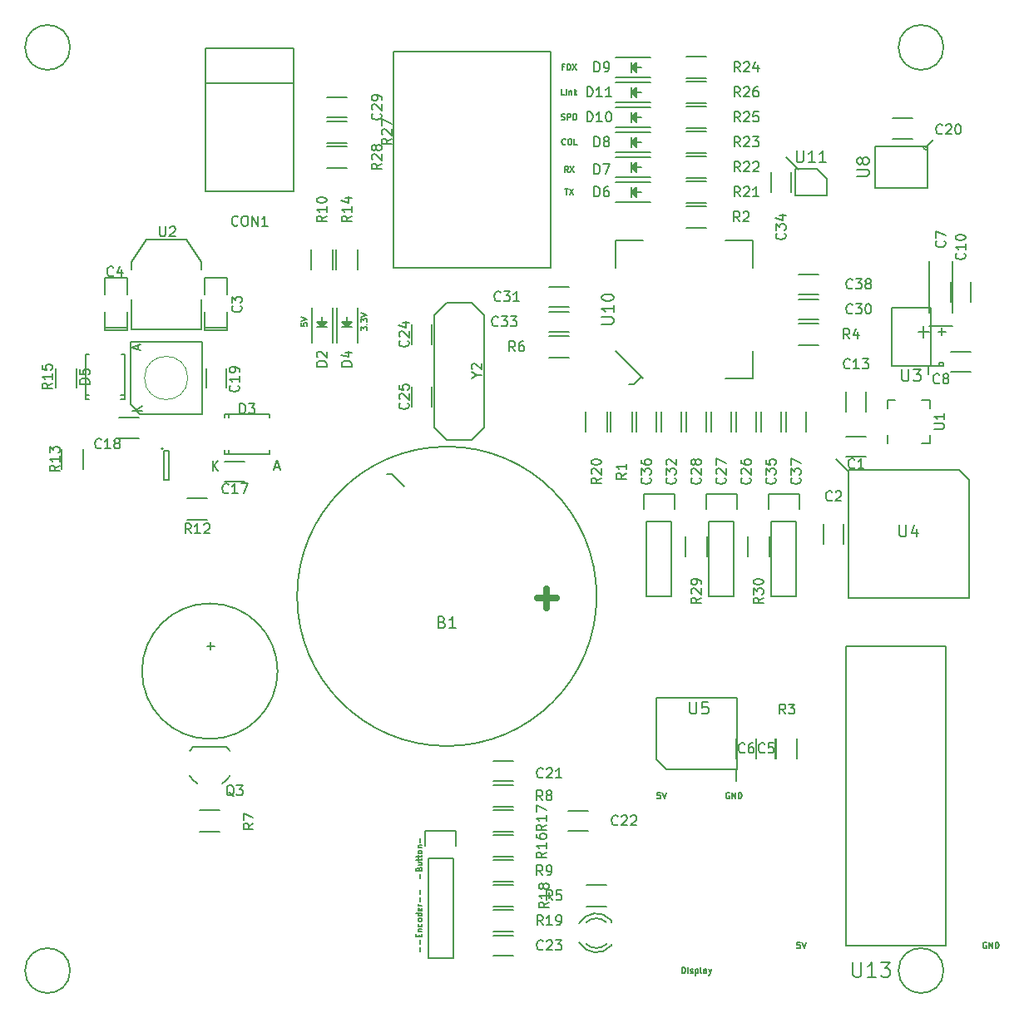
<source format=gto>
G04 #@! TF.FileFunction,Legend,Top*
%FSLAX46Y46*%
G04 Gerber Fmt 4.6, Leading zero omitted, Abs format (unit mm)*
G04 Created by KiCad (PCBNEW 4.0.2-stable) date 5/29/2016 8:13:19 PM*
%MOMM*%
G01*
G04 APERTURE LIST*
%ADD10C,0.127000*%
%ADD11C,0.150000*%
%ADD12C,0.010000*%
%ADD13C,0.635000*%
G04 APERTURE END LIST*
D10*
X95766000Y-83269143D02*
X95566000Y-83269143D01*
X95566000Y-83583429D02*
X95566000Y-82983429D01*
X95851714Y-82983429D01*
X96080286Y-83583429D02*
X96080286Y-82983429D01*
X96223143Y-82983429D01*
X96308858Y-83012000D01*
X96366000Y-83069143D01*
X96394572Y-83126286D01*
X96423143Y-83240571D01*
X96423143Y-83326286D01*
X96394572Y-83440571D01*
X96366000Y-83497714D01*
X96308858Y-83554857D01*
X96223143Y-83583429D01*
X96080286Y-83583429D01*
X96623143Y-82983429D02*
X97023143Y-83583429D01*
X97023143Y-82983429D02*
X96623143Y-83583429D01*
X95808857Y-95683429D02*
X96151714Y-95683429D01*
X95980285Y-96283429D02*
X95980285Y-95683429D01*
X96294571Y-95683429D02*
X96694571Y-96283429D01*
X96694571Y-95683429D02*
X96294571Y-96283429D01*
X96166000Y-93997429D02*
X95966000Y-93711714D01*
X95823143Y-93997429D02*
X95823143Y-93397429D01*
X96051715Y-93397429D01*
X96108857Y-93426000D01*
X96137429Y-93454571D01*
X96166000Y-93511714D01*
X96166000Y-93597429D01*
X96137429Y-93654571D01*
X96108857Y-93683143D01*
X96051715Y-93711714D01*
X95823143Y-93711714D01*
X96366000Y-93397429D02*
X96766000Y-93997429D01*
X96766000Y-93397429D02*
X96366000Y-93997429D01*
X95894572Y-91146286D02*
X95866001Y-91174857D01*
X95780287Y-91203429D01*
X95723144Y-91203429D01*
X95637429Y-91174857D01*
X95580287Y-91117714D01*
X95551715Y-91060571D01*
X95523144Y-90946286D01*
X95523144Y-90860571D01*
X95551715Y-90746286D01*
X95580287Y-90689143D01*
X95637429Y-90632000D01*
X95723144Y-90603429D01*
X95780287Y-90603429D01*
X95866001Y-90632000D01*
X95894572Y-90660571D01*
X96266001Y-90603429D02*
X96380287Y-90603429D01*
X96437429Y-90632000D01*
X96494572Y-90689143D01*
X96523144Y-90803429D01*
X96523144Y-91003429D01*
X96494572Y-91117714D01*
X96437429Y-91174857D01*
X96380287Y-91203429D01*
X96266001Y-91203429D01*
X96208858Y-91174857D01*
X96151715Y-91117714D01*
X96123144Y-91003429D01*
X96123144Y-90803429D01*
X96151715Y-90689143D01*
X96208858Y-90632000D01*
X96266001Y-90603429D01*
X97066000Y-91203429D02*
X96780286Y-91203429D01*
X96780286Y-90603429D01*
X95794572Y-86123429D02*
X95508858Y-86123429D01*
X95508858Y-85523429D01*
X95994572Y-86123429D02*
X95994572Y-85723429D01*
X95994572Y-85523429D02*
X95966001Y-85552000D01*
X95994572Y-85580571D01*
X96023144Y-85552000D01*
X95994572Y-85523429D01*
X95994572Y-85580571D01*
X96280286Y-85723429D02*
X96280286Y-86123429D01*
X96280286Y-85780571D02*
X96308858Y-85752000D01*
X96366000Y-85723429D01*
X96451715Y-85723429D01*
X96508858Y-85752000D01*
X96537429Y-85809143D01*
X96537429Y-86123429D01*
X96823143Y-86123429D02*
X96823143Y-85523429D01*
X96880286Y-85894857D02*
X97051715Y-86123429D01*
X97051715Y-85723429D02*
X96823143Y-85952000D01*
X95494572Y-88634857D02*
X95580286Y-88663429D01*
X95723143Y-88663429D01*
X95780286Y-88634857D01*
X95808857Y-88606286D01*
X95837429Y-88549143D01*
X95837429Y-88492000D01*
X95808857Y-88434857D01*
X95780286Y-88406286D01*
X95723143Y-88377714D01*
X95608857Y-88349143D01*
X95551715Y-88320571D01*
X95523143Y-88292000D01*
X95494572Y-88234857D01*
X95494572Y-88177714D01*
X95523143Y-88120571D01*
X95551715Y-88092000D01*
X95608857Y-88063429D01*
X95751715Y-88063429D01*
X95837429Y-88092000D01*
X96094572Y-88663429D02*
X96094572Y-88063429D01*
X96323144Y-88063429D01*
X96380286Y-88092000D01*
X96408858Y-88120571D01*
X96437429Y-88177714D01*
X96437429Y-88263429D01*
X96408858Y-88320571D01*
X96380286Y-88349143D01*
X96323144Y-88377714D01*
X96094572Y-88377714D01*
X96694572Y-88663429D02*
X96694572Y-88063429D01*
X96837429Y-88063429D01*
X96923144Y-88092000D01*
X96980286Y-88149143D01*
X97008858Y-88206286D01*
X97037429Y-88320571D01*
X97037429Y-88406286D01*
X97008858Y-88520571D01*
X96980286Y-88577714D01*
X96923144Y-88634857D01*
X96837429Y-88663429D01*
X96694572Y-88663429D01*
X69013429Y-109334286D02*
X69013429Y-109620000D01*
X69299143Y-109648571D01*
X69270571Y-109620000D01*
X69242000Y-109562857D01*
X69242000Y-109420000D01*
X69270571Y-109362857D01*
X69299143Y-109334286D01*
X69356286Y-109305714D01*
X69499143Y-109305714D01*
X69556286Y-109334286D01*
X69584857Y-109362857D01*
X69613429Y-109420000D01*
X69613429Y-109562857D01*
X69584857Y-109620000D01*
X69556286Y-109648571D01*
X69013429Y-109134285D02*
X69613429Y-108934285D01*
X69013429Y-108734285D01*
X75109429Y-110105715D02*
X75109429Y-109734286D01*
X75338000Y-109934286D01*
X75338000Y-109848572D01*
X75366571Y-109791429D01*
X75395143Y-109762858D01*
X75452286Y-109734286D01*
X75595143Y-109734286D01*
X75652286Y-109762858D01*
X75680857Y-109791429D01*
X75709429Y-109848572D01*
X75709429Y-110020000D01*
X75680857Y-110077143D01*
X75652286Y-110105715D01*
X75652286Y-109477143D02*
X75680857Y-109448571D01*
X75709429Y-109477143D01*
X75680857Y-109505714D01*
X75652286Y-109477143D01*
X75709429Y-109477143D01*
X75109429Y-109248572D02*
X75109429Y-108877143D01*
X75338000Y-109077143D01*
X75338000Y-108991429D01*
X75366571Y-108934286D01*
X75395143Y-108905715D01*
X75452286Y-108877143D01*
X75595143Y-108877143D01*
X75652286Y-108905715D01*
X75680857Y-108934286D01*
X75709429Y-108991429D01*
X75709429Y-109162857D01*
X75680857Y-109220000D01*
X75652286Y-109248572D01*
X75109429Y-108705714D02*
X75709429Y-108505714D01*
X75109429Y-108305714D01*
X119773714Y-172391429D02*
X119488000Y-172391429D01*
X119459429Y-172677143D01*
X119488000Y-172648571D01*
X119545143Y-172620000D01*
X119688000Y-172620000D01*
X119745143Y-172648571D01*
X119773714Y-172677143D01*
X119802286Y-172734286D01*
X119802286Y-172877143D01*
X119773714Y-172934286D01*
X119745143Y-172962857D01*
X119688000Y-172991429D01*
X119545143Y-172991429D01*
X119488000Y-172962857D01*
X119459429Y-172934286D01*
X119973715Y-172391429D02*
X120173715Y-172991429D01*
X120373715Y-172391429D01*
X138734858Y-172420000D02*
X138677715Y-172391429D01*
X138592001Y-172391429D01*
X138506286Y-172420000D01*
X138449144Y-172477143D01*
X138420572Y-172534286D01*
X138392001Y-172648571D01*
X138392001Y-172734286D01*
X138420572Y-172848571D01*
X138449144Y-172905714D01*
X138506286Y-172962857D01*
X138592001Y-172991429D01*
X138649144Y-172991429D01*
X138734858Y-172962857D01*
X138763429Y-172934286D01*
X138763429Y-172734286D01*
X138649144Y-172734286D01*
X139020572Y-172991429D02*
X139020572Y-172391429D01*
X139363429Y-172991429D01*
X139363429Y-172391429D01*
X139649143Y-172991429D02*
X139649143Y-172391429D01*
X139792000Y-172391429D01*
X139877715Y-172420000D01*
X139934857Y-172477143D01*
X139963429Y-172534286D01*
X139992000Y-172648571D01*
X139992000Y-172734286D01*
X139963429Y-172848571D01*
X139934857Y-172905714D01*
X139877715Y-172962857D01*
X139792000Y-172991429D01*
X139649143Y-172991429D01*
X102870000Y-115570000D02*
X102362000Y-115570000D01*
X103632000Y-114808000D02*
X102870000Y-115570000D01*
X132588000Y-91440000D02*
X133350000Y-90678000D01*
X132842000Y-113792000D02*
X132842000Y-114554000D01*
X124714000Y-124460000D02*
X123444000Y-123190000D01*
X78232000Y-124714000D02*
X77724000Y-124714000D01*
X79502000Y-125984000D02*
X78232000Y-124714000D01*
X113284000Y-154686000D02*
X113284000Y-155956000D01*
X105549714Y-157151429D02*
X105264000Y-157151429D01*
X105235429Y-157437143D01*
X105264000Y-157408571D01*
X105321143Y-157380000D01*
X105464000Y-157380000D01*
X105521143Y-157408571D01*
X105549714Y-157437143D01*
X105578286Y-157494286D01*
X105578286Y-157637143D01*
X105549714Y-157694286D01*
X105521143Y-157722857D01*
X105464000Y-157751429D01*
X105321143Y-157751429D01*
X105264000Y-157722857D01*
X105235429Y-157694286D01*
X105749715Y-157151429D02*
X105949715Y-157751429D01*
X106149715Y-157151429D01*
X112572858Y-157180000D02*
X112515715Y-157151429D01*
X112430001Y-157151429D01*
X112344286Y-157180000D01*
X112287144Y-157237143D01*
X112258572Y-157294286D01*
X112230001Y-157408571D01*
X112230001Y-157494286D01*
X112258572Y-157608571D01*
X112287144Y-157665714D01*
X112344286Y-157722857D01*
X112430001Y-157751429D01*
X112487144Y-157751429D01*
X112572858Y-157722857D01*
X112601429Y-157694286D01*
X112601429Y-157494286D01*
X112487144Y-157494286D01*
X112858572Y-157751429D02*
X112858572Y-157151429D01*
X113201429Y-157751429D01*
X113201429Y-157151429D01*
X113487143Y-157751429D02*
X113487143Y-157151429D01*
X113630000Y-157151429D01*
X113715715Y-157180000D01*
X113772857Y-157237143D01*
X113801429Y-157294286D01*
X113830000Y-157408571D01*
X113830000Y-157494286D01*
X113801429Y-157608571D01*
X113772857Y-157665714D01*
X113715715Y-157722857D01*
X113630000Y-157751429D01*
X113487143Y-157751429D01*
X107748572Y-175531429D02*
X107748572Y-174931429D01*
X107891429Y-174931429D01*
X107977144Y-174960000D01*
X108034286Y-175017143D01*
X108062858Y-175074286D01*
X108091429Y-175188571D01*
X108091429Y-175274286D01*
X108062858Y-175388571D01*
X108034286Y-175445714D01*
X107977144Y-175502857D01*
X107891429Y-175531429D01*
X107748572Y-175531429D01*
X108348572Y-175531429D02*
X108348572Y-175131429D01*
X108348572Y-174931429D02*
X108320001Y-174960000D01*
X108348572Y-174988571D01*
X108377144Y-174960000D01*
X108348572Y-174931429D01*
X108348572Y-174988571D01*
X108605715Y-175502857D02*
X108662858Y-175531429D01*
X108777143Y-175531429D01*
X108834286Y-175502857D01*
X108862858Y-175445714D01*
X108862858Y-175417143D01*
X108834286Y-175360000D01*
X108777143Y-175331429D01*
X108691429Y-175331429D01*
X108634286Y-175302857D01*
X108605715Y-175245714D01*
X108605715Y-175217143D01*
X108634286Y-175160000D01*
X108691429Y-175131429D01*
X108777143Y-175131429D01*
X108834286Y-175160000D01*
X109120000Y-175131429D02*
X109120000Y-175731429D01*
X109120000Y-175160000D02*
X109177143Y-175131429D01*
X109291429Y-175131429D01*
X109348572Y-175160000D01*
X109377143Y-175188571D01*
X109405714Y-175245714D01*
X109405714Y-175417143D01*
X109377143Y-175474286D01*
X109348572Y-175502857D01*
X109291429Y-175531429D01*
X109177143Y-175531429D01*
X109120000Y-175502857D01*
X109748571Y-175531429D02*
X109691429Y-175502857D01*
X109662857Y-175445714D01*
X109662857Y-174931429D01*
X110234286Y-175531429D02*
X110234286Y-175217143D01*
X110205715Y-175160000D01*
X110148572Y-175131429D01*
X110034286Y-175131429D01*
X109977143Y-175160000D01*
X110234286Y-175502857D02*
X110177143Y-175531429D01*
X110034286Y-175531429D01*
X109977143Y-175502857D01*
X109948572Y-175445714D01*
X109948572Y-175388571D01*
X109977143Y-175331429D01*
X110034286Y-175302857D01*
X110177143Y-175302857D01*
X110234286Y-175274286D01*
X110462857Y-175131429D02*
X110605714Y-175531429D01*
X110748572Y-175131429D02*
X110605714Y-175531429D01*
X110548572Y-175674286D01*
X110520000Y-175702857D01*
X110462857Y-175731429D01*
X81068857Y-173308571D02*
X81068857Y-172851428D01*
X81068857Y-172565714D02*
X81068857Y-172108571D01*
X80983143Y-171822857D02*
X80983143Y-171622857D01*
X81297429Y-171537143D02*
X81297429Y-171822857D01*
X80697429Y-171822857D01*
X80697429Y-171537143D01*
X80897429Y-171280000D02*
X81297429Y-171280000D01*
X80954571Y-171280000D02*
X80926000Y-171251428D01*
X80897429Y-171194286D01*
X80897429Y-171108571D01*
X80926000Y-171051428D01*
X80983143Y-171022857D01*
X81297429Y-171022857D01*
X81268857Y-170480000D02*
X81297429Y-170537143D01*
X81297429Y-170651429D01*
X81268857Y-170708571D01*
X81240286Y-170737143D01*
X81183143Y-170765714D01*
X81011714Y-170765714D01*
X80954571Y-170737143D01*
X80926000Y-170708571D01*
X80897429Y-170651429D01*
X80897429Y-170537143D01*
X80926000Y-170480000D01*
X81297429Y-170137143D02*
X81268857Y-170194285D01*
X81240286Y-170222857D01*
X81183143Y-170251428D01*
X81011714Y-170251428D01*
X80954571Y-170222857D01*
X80926000Y-170194285D01*
X80897429Y-170137143D01*
X80897429Y-170051428D01*
X80926000Y-169994285D01*
X80954571Y-169965714D01*
X81011714Y-169937143D01*
X81183143Y-169937143D01*
X81240286Y-169965714D01*
X81268857Y-169994285D01*
X81297429Y-170051428D01*
X81297429Y-170137143D01*
X81297429Y-169422857D02*
X80697429Y-169422857D01*
X81268857Y-169422857D02*
X81297429Y-169480000D01*
X81297429Y-169594286D01*
X81268857Y-169651428D01*
X81240286Y-169680000D01*
X81183143Y-169708571D01*
X81011714Y-169708571D01*
X80954571Y-169680000D01*
X80926000Y-169651428D01*
X80897429Y-169594286D01*
X80897429Y-169480000D01*
X80926000Y-169422857D01*
X81268857Y-168908571D02*
X81297429Y-168965714D01*
X81297429Y-169080000D01*
X81268857Y-169137143D01*
X81211714Y-169165714D01*
X80983143Y-169165714D01*
X80926000Y-169137143D01*
X80897429Y-169080000D01*
X80897429Y-168965714D01*
X80926000Y-168908571D01*
X80983143Y-168880000D01*
X81040286Y-168880000D01*
X81097429Y-169165714D01*
X81297429Y-168622857D02*
X80897429Y-168622857D01*
X81011714Y-168622857D02*
X80954571Y-168594285D01*
X80926000Y-168565714D01*
X80897429Y-168508571D01*
X80897429Y-168451428D01*
X81068857Y-168251428D02*
X81068857Y-167794285D01*
X81068857Y-167508571D02*
X81068857Y-167051428D01*
X81068857Y-165887142D02*
X81068857Y-165429999D01*
X80983143Y-164944285D02*
X81011714Y-164858571D01*
X81040286Y-164829999D01*
X81097429Y-164801428D01*
X81183143Y-164801428D01*
X81240286Y-164829999D01*
X81268857Y-164858571D01*
X81297429Y-164915713D01*
X81297429Y-165144285D01*
X80697429Y-165144285D01*
X80697429Y-164944285D01*
X80726000Y-164887142D01*
X80754571Y-164858571D01*
X80811714Y-164829999D01*
X80868857Y-164829999D01*
X80926000Y-164858571D01*
X80954571Y-164887142D01*
X80983143Y-164944285D01*
X80983143Y-165144285D01*
X80897429Y-164287142D02*
X81297429Y-164287142D01*
X80897429Y-164544285D02*
X81211714Y-164544285D01*
X81268857Y-164515713D01*
X81297429Y-164458571D01*
X81297429Y-164372856D01*
X81268857Y-164315713D01*
X81240286Y-164287142D01*
X80897429Y-164087142D02*
X80897429Y-163858571D01*
X80697429Y-164001428D02*
X81211714Y-164001428D01*
X81268857Y-163972856D01*
X81297429Y-163915714D01*
X81297429Y-163858571D01*
X80897429Y-163744285D02*
X80897429Y-163515714D01*
X80697429Y-163658571D02*
X81211714Y-163658571D01*
X81268857Y-163629999D01*
X81297429Y-163572857D01*
X81297429Y-163515714D01*
X81297429Y-163230000D02*
X81268857Y-163287142D01*
X81240286Y-163315714D01*
X81183143Y-163344285D01*
X81011714Y-163344285D01*
X80954571Y-163315714D01*
X80926000Y-163287142D01*
X80897429Y-163230000D01*
X80897429Y-163144285D01*
X80926000Y-163087142D01*
X80954571Y-163058571D01*
X81011714Y-163030000D01*
X81183143Y-163030000D01*
X81240286Y-163058571D01*
X81268857Y-163087142D01*
X81297429Y-163144285D01*
X81297429Y-163230000D01*
X80897429Y-162772857D02*
X81297429Y-162772857D01*
X80954571Y-162772857D02*
X80926000Y-162744285D01*
X80897429Y-162687143D01*
X80897429Y-162601428D01*
X80926000Y-162544285D01*
X80983143Y-162515714D01*
X81297429Y-162515714D01*
X81068857Y-162230000D02*
X81068857Y-161772857D01*
D11*
X105120000Y-153755000D02*
X106120000Y-154755000D01*
X106120000Y-154755000D02*
X113320000Y-154755000D01*
X113320000Y-154755000D02*
X113320000Y-147505000D01*
X113320000Y-147505000D02*
X105120000Y-147505000D01*
X105120000Y-147505000D02*
X105120000Y-153755000D01*
X124460000Y-172720000D02*
X124460000Y-142240000D01*
X124460000Y-142240000D02*
X134620000Y-142240000D01*
X134620000Y-142240000D02*
X134620000Y-172720000D01*
X134620000Y-172720000D02*
X124460000Y-172720000D01*
X99060000Y-137160000D02*
G75*
G03X99060000Y-137160000I-15240000J0D01*
G01*
X103750000Y-114950000D02*
X100950000Y-112150000D01*
X100950000Y-103750000D02*
X100950000Y-100950000D01*
X100950000Y-100950000D02*
X103750000Y-100950000D01*
X114950000Y-112150000D02*
X114950000Y-114950000D01*
X114950000Y-114950000D02*
X112150000Y-114950000D01*
X114950000Y-103750000D02*
X114950000Y-100950000D01*
X114950000Y-100950000D02*
X112150000Y-100950000D01*
X132334000Y-91440000D02*
G75*
G03X132588000Y-91694000I254000J0D01*
G01*
X132723000Y-95622000D02*
X132723000Y-91322000D01*
X132723000Y-91322000D02*
X127373000Y-91322000D01*
X127373000Y-91322000D02*
X127373000Y-95622000D01*
X127373000Y-95622000D02*
X132723000Y-95622000D01*
X60939999Y-156228000D02*
G75*
G03X61740000Y-155428000I-1249999J2050000D01*
G01*
X58440001Y-156228000D02*
G75*
G02X57640000Y-155428000I1249999J2050000D01*
G01*
X61728726Y-152903797D02*
G75*
G03X61390000Y-152478000I-2038726J-1274203D01*
G01*
X57651274Y-152903797D02*
G75*
G02X57990000Y-152478000I2038726J-1274203D01*
G01*
X61390000Y-152478000D02*
X57990000Y-152478000D01*
X100529000Y-170136000D02*
X100529000Y-170336000D01*
X100529000Y-172730000D02*
X100529000Y-172550000D01*
X97301256Y-172419643D02*
G75*
G03X100529000Y-172736000I1727744J1003643D01*
G01*
X97976994Y-172549068D02*
G75*
G03X100080000Y-172550000I1052006J1133068D01*
G01*
X100516220Y-170109274D02*
G75*
G03X97279000Y-170456000I-1497220J-1306726D01*
G01*
X100042889Y-170336747D02*
G75*
G03X97995000Y-170356000I-1013889J-1079253D01*
G01*
X124215000Y-131810000D02*
X124215000Y-129810000D01*
X122165000Y-129810000D02*
X122165000Y-131810000D01*
X59182000Y-109855000D02*
X59182000Y-110109000D01*
X59182000Y-110109000D02*
X61468000Y-110109000D01*
X61468000Y-110109000D02*
X61468000Y-109855000D01*
X59182000Y-109855000D02*
X61468000Y-109855000D01*
X61468000Y-109855000D02*
X61468000Y-108204000D01*
X59182000Y-106426000D02*
X59182000Y-104775000D01*
X59182000Y-104775000D02*
X61468000Y-104775000D01*
X61468000Y-104775000D02*
X61468000Y-106426000D01*
X59182000Y-108204000D02*
X59182000Y-109855000D01*
X49022000Y-109855000D02*
X49022000Y-110109000D01*
X49022000Y-110109000D02*
X51308000Y-110109000D01*
X51308000Y-110109000D02*
X51308000Y-109855000D01*
X49022000Y-109855000D02*
X51308000Y-109855000D01*
X51308000Y-109855000D02*
X51308000Y-108204000D01*
X49022000Y-106426000D02*
X49022000Y-104775000D01*
X49022000Y-104775000D02*
X51308000Y-104775000D01*
X51308000Y-104775000D02*
X51308000Y-106426000D01*
X49022000Y-108204000D02*
X49022000Y-109855000D01*
X115307000Y-151654000D02*
X115307000Y-153654000D01*
X117357000Y-153654000D02*
X117357000Y-151654000D01*
X113275000Y-151654000D02*
X113275000Y-153654000D01*
X115325000Y-153654000D02*
X115325000Y-151654000D01*
X116840000Y-129540000D02*
X116840000Y-137160000D01*
X119380000Y-129540000D02*
X119380000Y-137160000D01*
X119660000Y-126720000D02*
X119660000Y-128270000D01*
X116840000Y-137160000D02*
X119380000Y-137160000D01*
X119380000Y-129540000D02*
X116840000Y-129540000D01*
X116560000Y-128270000D02*
X116560000Y-126720000D01*
X116560000Y-126720000D02*
X119660000Y-126720000D01*
X104140000Y-129540000D02*
X104140000Y-137160000D01*
X106680000Y-129540000D02*
X106680000Y-137160000D01*
X106960000Y-126720000D02*
X106960000Y-128270000D01*
X104140000Y-137160000D02*
X106680000Y-137160000D01*
X106680000Y-129540000D02*
X104140000Y-129540000D01*
X103860000Y-128270000D02*
X103860000Y-126720000D01*
X103860000Y-126720000D02*
X106960000Y-126720000D01*
X110490000Y-129540000D02*
X110490000Y-137160000D01*
X113030000Y-129540000D02*
X113030000Y-137160000D01*
X113310000Y-126720000D02*
X113310000Y-128270000D01*
X110490000Y-137160000D02*
X113030000Y-137160000D01*
X113030000Y-129540000D02*
X110490000Y-129540000D01*
X110210000Y-128270000D02*
X110210000Y-126720000D01*
X110210000Y-126720000D02*
X113310000Y-126720000D01*
X119439000Y-151654000D02*
X119439000Y-153654000D01*
X117289000Y-153654000D02*
X117289000Y-151654000D01*
X98060000Y-166565000D02*
X100060000Y-166565000D01*
X100060000Y-168715000D02*
X98060000Y-168715000D01*
X60690000Y-161095000D02*
X58690000Y-161095000D01*
X58690000Y-158945000D02*
X60690000Y-158945000D01*
X51689000Y-106934000D02*
X51689000Y-109982000D01*
X51689000Y-109982000D02*
X58801000Y-109982000D01*
X58801000Y-109982000D02*
X58801000Y-106934000D01*
X51689000Y-103886000D02*
X51689000Y-103124000D01*
X51689000Y-103124000D02*
X53213000Y-100838000D01*
X53213000Y-100838000D02*
X57277000Y-100838000D01*
X57277000Y-100838000D02*
X58801000Y-103124000D01*
X58801000Y-103124000D02*
X58801000Y-103886000D01*
X136960000Y-125295000D02*
X135960000Y-124295000D01*
X135960000Y-124295000D02*
X124660000Y-124295000D01*
X124660000Y-124295000D02*
X124660000Y-137325000D01*
X124660000Y-137325000D02*
X136960000Y-137325000D01*
X136960000Y-137325000D02*
X136960000Y-125295000D01*
X66590000Y-144780000D02*
G75*
G03X66590000Y-144780000I-6900000J0D01*
G01*
X90535000Y-158555000D02*
X88535000Y-158555000D01*
X88535000Y-156405000D02*
X90535000Y-156405000D01*
X126476000Y-120895000D02*
X124476000Y-120895000D01*
X124476000Y-122945000D02*
X126476000Y-122945000D01*
X135310880Y-108264960D02*
X135310880Y-103063040D01*
X132913120Y-103063040D02*
X132913120Y-108264960D01*
X131813300Y-110263940D02*
X132913120Y-110263940D01*
X132313680Y-110863380D02*
X132313680Y-109664500D01*
X132913120Y-109659420D02*
X135310880Y-109659420D01*
X137144000Y-112259000D02*
X135144000Y-112259000D01*
X135144000Y-114309000D02*
X137144000Y-114309000D01*
X135119000Y-105172000D02*
X135119000Y-107172000D01*
X137169000Y-107172000D02*
X137169000Y-105172000D01*
X126501000Y-118348000D02*
X126501000Y-116348000D01*
X124451000Y-116348000D02*
X124451000Y-118348000D01*
X63230000Y-123435000D02*
X61230000Y-123435000D01*
X61230000Y-125485000D02*
X63230000Y-125485000D01*
X52435000Y-118990000D02*
X50435000Y-118990000D01*
X50435000Y-121040000D02*
X52435000Y-121040000D01*
X61350000Y-115935000D02*
X61350000Y-113935000D01*
X59300000Y-113935000D02*
X59300000Y-115935000D01*
X129175000Y-90560000D02*
X131175000Y-90560000D01*
X131175000Y-88510000D02*
X129175000Y-88510000D01*
D12*
X57445000Y-114935000D02*
G75*
G03X57445000Y-114935000I-2200000J0D01*
G01*
D11*
X51595000Y-117585000D02*
X52595000Y-118585000D01*
X52595000Y-118585000D02*
X58895000Y-118585000D01*
X58895000Y-118585000D02*
X58895000Y-111285000D01*
X58895000Y-111285000D02*
X51595000Y-111285000D01*
X51595000Y-111285000D02*
X51595000Y-117585000D01*
X57420000Y-127195000D02*
X59420000Y-127195000D01*
X59420000Y-129345000D02*
X57420000Y-129345000D01*
X44645000Y-124190000D02*
X44645000Y-122190000D01*
X46795000Y-122190000D02*
X46795000Y-124190000D01*
X72585000Y-103870000D02*
X72585000Y-101870000D01*
X74735000Y-101870000D02*
X74735000Y-103870000D01*
X44010000Y-115935000D02*
X44010000Y-113935000D01*
X46160000Y-113935000D02*
X46160000Y-115935000D01*
X128635000Y-117205000D02*
X129435000Y-117205000D01*
X132985000Y-121555000D02*
X132185000Y-121555000D01*
X132985000Y-117205000D02*
X132185000Y-117205000D01*
X128635000Y-121555000D02*
X128635000Y-120755000D01*
X132985000Y-121555000D02*
X132985000Y-120755000D01*
X132985000Y-117205000D02*
X132985000Y-118005000D01*
X128635000Y-117205000D02*
X128635000Y-118005000D01*
X133064000Y-113744000D02*
X134364000Y-113744000D01*
X134364000Y-113744000D02*
X134364000Y-113344000D01*
X134364000Y-113344000D02*
X133964000Y-113344000D01*
X133964000Y-113344000D02*
X133964000Y-113744000D01*
X129064000Y-113744000D02*
X133064000Y-113744000D01*
X133064000Y-113744000D02*
X133064000Y-107744000D01*
X133064000Y-107744000D02*
X129064000Y-107744000D01*
X129064000Y-107744000D02*
X129064000Y-113744000D01*
X54945000Y-122125000D02*
G75*
G03X54945000Y-122125000I-100000J0D01*
G01*
X55495000Y-122375000D02*
X54995000Y-122375000D01*
X55495000Y-125275000D02*
X55495000Y-122375000D01*
X54995000Y-125275000D02*
X55495000Y-125275000D01*
X54995000Y-122375000D02*
X54995000Y-125275000D01*
X74710000Y-111370000D02*
X74710000Y-107770000D01*
X72610000Y-111370000D02*
X72610000Y-107770000D01*
X73360000Y-109320000D02*
X73960000Y-109320000D01*
X73960000Y-109320000D02*
X73660000Y-109620000D01*
X73660000Y-109620000D02*
X73460000Y-109420000D01*
X73460000Y-109420000D02*
X73710000Y-109420000D01*
X73710000Y-109420000D02*
X73660000Y-109470000D01*
X73160000Y-109720000D02*
X74160000Y-109720000D01*
X73660000Y-109220000D02*
X73660000Y-108720000D01*
X73660000Y-109720000D02*
X73160000Y-109220000D01*
X73160000Y-109220000D02*
X74160000Y-109220000D01*
X74160000Y-109220000D02*
X73660000Y-109720000D01*
X88535000Y-155965000D02*
X90535000Y-155965000D01*
X90535000Y-153915000D02*
X88535000Y-153915000D01*
X98155000Y-158995000D02*
X96155000Y-158995000D01*
X96155000Y-161045000D02*
X98155000Y-161045000D01*
X88535000Y-173745000D02*
X90535000Y-173745000D01*
X90535000Y-171695000D02*
X88535000Y-171695000D01*
X90535000Y-166175000D02*
X88535000Y-166175000D01*
X88535000Y-164025000D02*
X90535000Y-164025000D01*
X90535000Y-163635000D02*
X88535000Y-163635000D01*
X88535000Y-161485000D02*
X90535000Y-161485000D01*
X90535000Y-161095000D02*
X88535000Y-161095000D01*
X88535000Y-158945000D02*
X90535000Y-158945000D01*
X90535000Y-168715000D02*
X88535000Y-168715000D01*
X88535000Y-166565000D02*
X90535000Y-166565000D01*
X90535000Y-171255000D02*
X88535000Y-171255000D01*
X88535000Y-169105000D02*
X90535000Y-169105000D01*
X81635000Y-162560000D02*
X81635000Y-161010000D01*
X81635000Y-161010000D02*
X84735000Y-161010000D01*
X84735000Y-161010000D02*
X84735000Y-162560000D01*
X84455000Y-163830000D02*
X84455000Y-173990000D01*
X84455000Y-173990000D02*
X81915000Y-173990000D01*
X81915000Y-173990000D02*
X81915000Y-163830000D01*
X84455000Y-163830000D02*
X81915000Y-163830000D01*
X82305000Y-111490000D02*
X82305000Y-109490000D01*
X80255000Y-109490000D02*
X80255000Y-111490000D01*
X80255000Y-115840000D02*
X80255000Y-117840000D01*
X82305000Y-117840000D02*
X82305000Y-115840000D01*
X115325000Y-120380000D02*
X115325000Y-118380000D01*
X113275000Y-118380000D02*
X113275000Y-120380000D01*
X112785000Y-120380000D02*
X112785000Y-118380000D01*
X110735000Y-118380000D02*
X110735000Y-120380000D01*
X110245000Y-120380000D02*
X110245000Y-118380000D01*
X108195000Y-118380000D02*
X108195000Y-120380000D01*
X73644000Y-86351000D02*
X71644000Y-86351000D01*
X71644000Y-88401000D02*
X73644000Y-88401000D01*
X121650000Y-106925000D02*
X119650000Y-106925000D01*
X119650000Y-108975000D02*
X121650000Y-108975000D01*
X94250000Y-107705000D02*
X96250000Y-107705000D01*
X96250000Y-105655000D02*
X94250000Y-105655000D01*
X107705000Y-120380000D02*
X107705000Y-118380000D01*
X105655000Y-118380000D02*
X105655000Y-120380000D01*
X94250000Y-110245000D02*
X96250000Y-110245000D01*
X96250000Y-108195000D02*
X94250000Y-108195000D01*
X117865000Y-120380000D02*
X117865000Y-118380000D01*
X115815000Y-118380000D02*
X115815000Y-120380000D01*
X105165000Y-120380000D02*
X105165000Y-118380000D01*
X103115000Y-118380000D02*
X103115000Y-120380000D01*
X120405000Y-120380000D02*
X120405000Y-118380000D01*
X118355000Y-118380000D02*
X118355000Y-120380000D01*
X121650000Y-104385000D02*
X119650000Y-104385000D01*
X119650000Y-106435000D02*
X121650000Y-106435000D01*
X78360000Y-81710000D02*
X78360000Y-103710000D01*
X78360000Y-103710000D02*
X94360000Y-103710000D01*
X94360000Y-103710000D02*
X94360000Y-81710000D01*
X94360000Y-81710000D02*
X78360000Y-81710000D01*
X102675000Y-118380000D02*
X102675000Y-120380000D01*
X100525000Y-120380000D02*
X100525000Y-118380000D01*
X108220000Y-97477000D02*
X110220000Y-97477000D01*
X110220000Y-99627000D02*
X108220000Y-99627000D01*
X119650000Y-109415000D02*
X121650000Y-109415000D01*
X121650000Y-111565000D02*
X119650000Y-111565000D01*
X96250000Y-112835000D02*
X94250000Y-112835000D01*
X94250000Y-110685000D02*
X96250000Y-110685000D01*
X97985000Y-120380000D02*
X97985000Y-118380000D01*
X100135000Y-118380000D02*
X100135000Y-120380000D01*
X110220000Y-97087000D02*
X108220000Y-97087000D01*
X108220000Y-94937000D02*
X110220000Y-94937000D01*
X110220000Y-94547000D02*
X108220000Y-94547000D01*
X108220000Y-92397000D02*
X110220000Y-92397000D01*
X110220000Y-92007000D02*
X108220000Y-92007000D01*
X108220000Y-89857000D02*
X110220000Y-89857000D01*
X110220000Y-84387000D02*
X108220000Y-84387000D01*
X108220000Y-82237000D02*
X110220000Y-82237000D01*
X110220000Y-89467000D02*
X108220000Y-89467000D01*
X108220000Y-87317000D02*
X110220000Y-87317000D01*
X110220000Y-86927000D02*
X108220000Y-86927000D01*
X108220000Y-84777000D02*
X110220000Y-84777000D01*
X71644000Y-88841000D02*
X73644000Y-88841000D01*
X73644000Y-90991000D02*
X71644000Y-90991000D01*
X71644000Y-91381000D02*
X73644000Y-91381000D01*
X73644000Y-93531000D02*
X71644000Y-93531000D01*
X108145000Y-133080000D02*
X108145000Y-131080000D01*
X110295000Y-131080000D02*
X110295000Y-133080000D01*
X114495000Y-133080000D02*
X114495000Y-131080000D01*
X116645000Y-131080000D02*
X116645000Y-133080000D01*
X86360000Y-107315000D02*
X87630000Y-108585000D01*
X87630000Y-120015000D02*
X86360000Y-121285000D01*
X83820000Y-121285000D02*
X82550000Y-120015000D01*
X83820000Y-107315000D02*
X82550000Y-108585000D01*
X87630000Y-108585000D02*
X87630000Y-120015000D01*
X86360000Y-107315000D02*
X83820000Y-107315000D01*
X82550000Y-108585000D02*
X82550000Y-120015000D01*
X83820000Y-121285000D02*
X86360000Y-121285000D01*
X118881000Y-95996000D02*
X118881000Y-93996000D01*
X116831000Y-93996000D02*
X116831000Y-95996000D01*
X119634000Y-93726000D02*
X118364000Y-92456000D01*
X122504000Y-94646000D02*
X121504000Y-93646000D01*
X121504000Y-93646000D02*
X119304000Y-93646000D01*
X119304000Y-93646000D02*
X119304000Y-96346000D01*
X119304000Y-96346000D02*
X122504000Y-96346000D01*
X122504000Y-96346000D02*
X122504000Y-94646000D01*
X50822000Y-117114320D02*
X50622200Y-117114320D01*
X50772000Y-116657280D02*
X50623000Y-116657280D01*
X50822000Y-112511840D02*
X50673000Y-112511840D01*
X47222000Y-117109240D02*
X47371000Y-117109240D01*
X47222000Y-116657280D02*
X47371000Y-116657280D01*
X47222000Y-112506760D02*
X47371000Y-112506760D01*
X50970980Y-116657280D02*
X50772860Y-116657280D01*
X47023020Y-116657280D02*
X47221140Y-116657280D01*
X51018440Y-112511840D02*
X50820320Y-112511840D01*
X51018440Y-117114320D02*
X51018440Y-112511840D01*
X51018440Y-117114320D02*
X50820320Y-117114320D01*
X47023020Y-117109240D02*
X47221140Y-117109240D01*
X47023020Y-117109240D02*
X47023020Y-112506760D01*
X47023020Y-112506760D02*
X47221140Y-112506760D01*
X61193680Y-122450000D02*
X61193680Y-122250200D01*
X61650720Y-122400000D02*
X61650720Y-122251000D01*
X65796160Y-122450000D02*
X65796160Y-122301000D01*
X61198760Y-118850000D02*
X61198760Y-118999000D01*
X61650720Y-118850000D02*
X61650720Y-118999000D01*
X65801240Y-118850000D02*
X65801240Y-118999000D01*
X61650720Y-122598980D02*
X61650720Y-122400860D01*
X61650720Y-118651020D02*
X61650720Y-118849140D01*
X65796160Y-122646440D02*
X65796160Y-122448320D01*
X61193680Y-122646440D02*
X65796160Y-122646440D01*
X61193680Y-122646440D02*
X61193680Y-122448320D01*
X61198760Y-118651020D02*
X61198760Y-118849140D01*
X61198760Y-118651020D02*
X65801240Y-118651020D01*
X65801240Y-118651020D02*
X65801240Y-118849140D01*
X68254880Y-84899500D02*
X59253120Y-84899500D01*
X68254880Y-81399380D02*
X59253120Y-81399380D01*
X59253120Y-81399380D02*
X59253120Y-95900240D01*
X59253120Y-95900240D02*
X68254880Y-95900240D01*
X68254880Y-95900240D02*
X68254880Y-81399380D01*
X72170000Y-111370000D02*
X72170000Y-107770000D01*
X70070000Y-111370000D02*
X70070000Y-107770000D01*
X70820000Y-109320000D02*
X71420000Y-109320000D01*
X71420000Y-109320000D02*
X71120000Y-109620000D01*
X71120000Y-109620000D02*
X70920000Y-109420000D01*
X70920000Y-109420000D02*
X71170000Y-109420000D01*
X71170000Y-109420000D02*
X71120000Y-109470000D01*
X70620000Y-109720000D02*
X71620000Y-109720000D01*
X71120000Y-109220000D02*
X71120000Y-108720000D01*
X71120000Y-109720000D02*
X70620000Y-109220000D01*
X70620000Y-109220000D02*
X71620000Y-109220000D01*
X71620000Y-109220000D02*
X71120000Y-109720000D01*
X70045000Y-103870000D02*
X70045000Y-101870000D01*
X72195000Y-101870000D02*
X72195000Y-103870000D01*
X100974000Y-97062000D02*
X104574000Y-97062000D01*
X100974000Y-94962000D02*
X104574000Y-94962000D01*
X103024000Y-95712000D02*
X103024000Y-96312000D01*
X103024000Y-96312000D02*
X102724000Y-96012000D01*
X102724000Y-96012000D02*
X102924000Y-95812000D01*
X102924000Y-95812000D02*
X102924000Y-96062000D01*
X102924000Y-96062000D02*
X102874000Y-96012000D01*
X102624000Y-95512000D02*
X102624000Y-96512000D01*
X103124000Y-96012000D02*
X103624000Y-96012000D01*
X102624000Y-96012000D02*
X103124000Y-95512000D01*
X103124000Y-95512000D02*
X103124000Y-96512000D01*
X103124000Y-96512000D02*
X102624000Y-96012000D01*
X100974000Y-94522000D02*
X104574000Y-94522000D01*
X100974000Y-92422000D02*
X104574000Y-92422000D01*
X103024000Y-93172000D02*
X103024000Y-93772000D01*
X103024000Y-93772000D02*
X102724000Y-93472000D01*
X102724000Y-93472000D02*
X102924000Y-93272000D01*
X102924000Y-93272000D02*
X102924000Y-93522000D01*
X102924000Y-93522000D02*
X102874000Y-93472000D01*
X102624000Y-92972000D02*
X102624000Y-93972000D01*
X103124000Y-93472000D02*
X103624000Y-93472000D01*
X102624000Y-93472000D02*
X103124000Y-92972000D01*
X103124000Y-92972000D02*
X103124000Y-93972000D01*
X103124000Y-93972000D02*
X102624000Y-93472000D01*
X100974000Y-91982000D02*
X104574000Y-91982000D01*
X100974000Y-89882000D02*
X104574000Y-89882000D01*
X103024000Y-90632000D02*
X103024000Y-91232000D01*
X103024000Y-91232000D02*
X102724000Y-90932000D01*
X102724000Y-90932000D02*
X102924000Y-90732000D01*
X102924000Y-90732000D02*
X102924000Y-90982000D01*
X102924000Y-90982000D02*
X102874000Y-90932000D01*
X102624000Y-90432000D02*
X102624000Y-91432000D01*
X103124000Y-90932000D02*
X103624000Y-90932000D01*
X102624000Y-90932000D02*
X103124000Y-90432000D01*
X103124000Y-90432000D02*
X103124000Y-91432000D01*
X103124000Y-91432000D02*
X102624000Y-90932000D01*
X100974000Y-84362000D02*
X104574000Y-84362000D01*
X100974000Y-82262000D02*
X104574000Y-82262000D01*
X103024000Y-83012000D02*
X103024000Y-83612000D01*
X103024000Y-83612000D02*
X102724000Y-83312000D01*
X102724000Y-83312000D02*
X102924000Y-83112000D01*
X102924000Y-83112000D02*
X102924000Y-83362000D01*
X102924000Y-83362000D02*
X102874000Y-83312000D01*
X102624000Y-82812000D02*
X102624000Y-83812000D01*
X103124000Y-83312000D02*
X103624000Y-83312000D01*
X102624000Y-83312000D02*
X103124000Y-82812000D01*
X103124000Y-82812000D02*
X103124000Y-83812000D01*
X103124000Y-83812000D02*
X102624000Y-83312000D01*
X100974000Y-89442000D02*
X104574000Y-89442000D01*
X100974000Y-87342000D02*
X104574000Y-87342000D01*
X103024000Y-88092000D02*
X103024000Y-88692000D01*
X103024000Y-88692000D02*
X102724000Y-88392000D01*
X102724000Y-88392000D02*
X102924000Y-88192000D01*
X102924000Y-88192000D02*
X102924000Y-88442000D01*
X102924000Y-88442000D02*
X102874000Y-88392000D01*
X102624000Y-87892000D02*
X102624000Y-88892000D01*
X103124000Y-88392000D02*
X103624000Y-88392000D01*
X102624000Y-88392000D02*
X103124000Y-87892000D01*
X103124000Y-87892000D02*
X103124000Y-88892000D01*
X103124000Y-88892000D02*
X102624000Y-88392000D01*
X100974000Y-86902000D02*
X104574000Y-86902000D01*
X100974000Y-84802000D02*
X104574000Y-84802000D01*
X103024000Y-85552000D02*
X103024000Y-86152000D01*
X103024000Y-86152000D02*
X102724000Y-85852000D01*
X102724000Y-85852000D02*
X102924000Y-85652000D01*
X102924000Y-85652000D02*
X102924000Y-85902000D01*
X102924000Y-85902000D02*
X102874000Y-85852000D01*
X102624000Y-85352000D02*
X102624000Y-86352000D01*
X103124000Y-85852000D02*
X103624000Y-85852000D01*
X102624000Y-85852000D02*
X103124000Y-85352000D01*
X103124000Y-85352000D02*
X103124000Y-86352000D01*
X103124000Y-86352000D02*
X102624000Y-85852000D01*
X45466000Y-81280000D02*
G75*
G03X45466000Y-81280000I-2286000J0D01*
G01*
X45466000Y-175260000D02*
G75*
G03X45466000Y-175260000I-2286000J0D01*
G01*
X134366000Y-81280000D02*
G75*
G03X134366000Y-81280000I-2286000J0D01*
G01*
X134366000Y-175260000D02*
G75*
G03X134366000Y-175260000I-2286000J0D01*
G01*
X108559714Y-147932857D02*
X108559714Y-148904286D01*
X108616857Y-149018571D01*
X108674000Y-149075714D01*
X108788286Y-149132857D01*
X109016857Y-149132857D01*
X109131143Y-149075714D01*
X109188286Y-149018571D01*
X109245429Y-148904286D01*
X109245429Y-147932857D01*
X110388286Y-147932857D02*
X109816857Y-147932857D01*
X109759714Y-148504286D01*
X109816857Y-148447143D01*
X109931143Y-148390000D01*
X110216857Y-148390000D01*
X110331143Y-148447143D01*
X110388286Y-148504286D01*
X110445429Y-148618571D01*
X110445429Y-148904286D01*
X110388286Y-149018571D01*
X110331143Y-149075714D01*
X110216857Y-149132857D01*
X109931143Y-149132857D01*
X109816857Y-149075714D01*
X109759714Y-149018571D01*
X125142858Y-174438571D02*
X125142858Y-175652857D01*
X125214286Y-175795714D01*
X125285715Y-175867143D01*
X125428572Y-175938571D01*
X125714286Y-175938571D01*
X125857144Y-175867143D01*
X125928572Y-175795714D01*
X126000001Y-175652857D01*
X126000001Y-174438571D01*
X127500001Y-175938571D02*
X126642858Y-175938571D01*
X127071430Y-175938571D02*
X127071430Y-174438571D01*
X126928573Y-174652857D01*
X126785715Y-174795714D01*
X126642858Y-174867143D01*
X128000001Y-174438571D02*
X128928572Y-174438571D01*
X128428572Y-175010000D01*
X128642858Y-175010000D01*
X128785715Y-175081429D01*
X128857144Y-175152857D01*
X128928572Y-175295714D01*
X128928572Y-175652857D01*
X128857144Y-175795714D01*
X128785715Y-175867143D01*
X128642858Y-175938571D01*
X128214286Y-175938571D01*
X128071429Y-175867143D01*
X128000001Y-175795714D01*
X83334286Y-139790286D02*
X83505715Y-139847429D01*
X83562858Y-139904571D01*
X83620001Y-140018857D01*
X83620001Y-140190286D01*
X83562858Y-140304571D01*
X83505715Y-140361714D01*
X83391429Y-140418857D01*
X82934286Y-140418857D01*
X82934286Y-139218857D01*
X83334286Y-139218857D01*
X83448572Y-139276000D01*
X83505715Y-139333143D01*
X83562858Y-139447429D01*
X83562858Y-139561714D01*
X83505715Y-139676000D01*
X83448572Y-139733143D01*
X83334286Y-139790286D01*
X82934286Y-139790286D01*
X84762858Y-140418857D02*
X84077143Y-140418857D01*
X84420001Y-140418857D02*
X84420001Y-139218857D01*
X84305715Y-139390286D01*
X84191429Y-139504571D01*
X84077143Y-139561714D01*
D13*
X93012381Y-137341429D02*
X94947619Y-137341429D01*
X93980000Y-138309048D02*
X93980000Y-136373810D01*
D11*
X99592857Y-109435714D02*
X100564286Y-109435714D01*
X100678571Y-109378571D01*
X100735714Y-109321428D01*
X100792857Y-109207142D01*
X100792857Y-108978571D01*
X100735714Y-108864285D01*
X100678571Y-108807142D01*
X100564286Y-108749999D01*
X99592857Y-108749999D01*
X100792857Y-107549999D02*
X100792857Y-108235714D01*
X100792857Y-107892856D02*
X99592857Y-107892856D01*
X99764286Y-108007142D01*
X99878571Y-108121428D01*
X99935714Y-108235714D01*
X99592857Y-106807142D02*
X99592857Y-106692857D01*
X99650000Y-106578571D01*
X99707143Y-106521428D01*
X99821429Y-106464285D01*
X100050000Y-106407142D01*
X100335714Y-106407142D01*
X100564286Y-106464285D01*
X100678571Y-106521428D01*
X100735714Y-106578571D01*
X100792857Y-106692857D01*
X100792857Y-106807142D01*
X100735714Y-106921428D01*
X100678571Y-106978571D01*
X100564286Y-107035714D01*
X100335714Y-107092857D01*
X100050000Y-107092857D01*
X99821429Y-107035714D01*
X99707143Y-106978571D01*
X99650000Y-106921428D01*
X99592857Y-106807142D01*
X125580857Y-94386286D02*
X126552286Y-94386286D01*
X126666571Y-94329143D01*
X126723714Y-94272000D01*
X126780857Y-94157714D01*
X126780857Y-93929143D01*
X126723714Y-93814857D01*
X126666571Y-93757714D01*
X126552286Y-93700571D01*
X125580857Y-93700571D01*
X126095143Y-92957714D02*
X126038000Y-93072000D01*
X125980857Y-93129143D01*
X125866571Y-93186286D01*
X125809429Y-93186286D01*
X125695143Y-93129143D01*
X125638000Y-93072000D01*
X125580857Y-92957714D01*
X125580857Y-92729143D01*
X125638000Y-92614857D01*
X125695143Y-92557714D01*
X125809429Y-92500571D01*
X125866571Y-92500571D01*
X125980857Y-92557714D01*
X126038000Y-92614857D01*
X126095143Y-92729143D01*
X126095143Y-92957714D01*
X126152286Y-93072000D01*
X126209429Y-93129143D01*
X126323714Y-93186286D01*
X126552286Y-93186286D01*
X126666571Y-93129143D01*
X126723714Y-93072000D01*
X126780857Y-92957714D01*
X126780857Y-92729143D01*
X126723714Y-92614857D01*
X126666571Y-92557714D01*
X126552286Y-92500571D01*
X126323714Y-92500571D01*
X126209429Y-92557714D01*
X126152286Y-92614857D01*
X126095143Y-92729143D01*
X62134762Y-157519619D02*
X62039524Y-157472000D01*
X61944286Y-157376762D01*
X61801429Y-157233905D01*
X61706190Y-157186286D01*
X61610952Y-157186286D01*
X61658571Y-157424381D02*
X61563333Y-157376762D01*
X61468095Y-157281524D01*
X61420476Y-157091048D01*
X61420476Y-156757714D01*
X61468095Y-156567238D01*
X61563333Y-156472000D01*
X61658571Y-156424381D01*
X61849048Y-156424381D01*
X61944286Y-156472000D01*
X62039524Y-156567238D01*
X62087143Y-156757714D01*
X62087143Y-157091048D01*
X62039524Y-157281524D01*
X61944286Y-157376762D01*
X61849048Y-157424381D01*
X61658571Y-157424381D01*
X62420476Y-156424381D02*
X63039524Y-156424381D01*
X62706190Y-156805333D01*
X62849048Y-156805333D01*
X62944286Y-156852952D01*
X62991905Y-156900571D01*
X63039524Y-156995810D01*
X63039524Y-157233905D01*
X62991905Y-157329143D01*
X62944286Y-157376762D01*
X62849048Y-157424381D01*
X62563333Y-157424381D01*
X62468095Y-157376762D01*
X62420476Y-157329143D01*
X123023334Y-127357143D02*
X122975715Y-127404762D01*
X122832858Y-127452381D01*
X122737620Y-127452381D01*
X122594762Y-127404762D01*
X122499524Y-127309524D01*
X122451905Y-127214286D01*
X122404286Y-127023810D01*
X122404286Y-126880952D01*
X122451905Y-126690476D01*
X122499524Y-126595238D01*
X122594762Y-126500000D01*
X122737620Y-126452381D01*
X122832858Y-126452381D01*
X122975715Y-126500000D01*
X123023334Y-126547619D01*
X123404286Y-126547619D02*
X123451905Y-126500000D01*
X123547143Y-126452381D01*
X123785239Y-126452381D01*
X123880477Y-126500000D01*
X123928096Y-126547619D01*
X123975715Y-126642857D01*
X123975715Y-126738095D01*
X123928096Y-126880952D01*
X123356667Y-127452381D01*
X123975715Y-127452381D01*
X62841143Y-107608666D02*
X62888762Y-107656285D01*
X62936381Y-107799142D01*
X62936381Y-107894380D01*
X62888762Y-108037238D01*
X62793524Y-108132476D01*
X62698286Y-108180095D01*
X62507810Y-108227714D01*
X62364952Y-108227714D01*
X62174476Y-108180095D01*
X62079238Y-108132476D01*
X61984000Y-108037238D01*
X61936381Y-107894380D01*
X61936381Y-107799142D01*
X61984000Y-107656285D01*
X62031619Y-107608666D01*
X61936381Y-107275333D02*
X61936381Y-106656285D01*
X62317333Y-106989619D01*
X62317333Y-106846761D01*
X62364952Y-106751523D01*
X62412571Y-106703904D01*
X62507810Y-106656285D01*
X62745905Y-106656285D01*
X62841143Y-106703904D01*
X62888762Y-106751523D01*
X62936381Y-106846761D01*
X62936381Y-107132476D01*
X62888762Y-107227714D01*
X62841143Y-107275333D01*
X49871334Y-104497143D02*
X49823715Y-104544762D01*
X49680858Y-104592381D01*
X49585620Y-104592381D01*
X49442762Y-104544762D01*
X49347524Y-104449524D01*
X49299905Y-104354286D01*
X49252286Y-104163810D01*
X49252286Y-104020952D01*
X49299905Y-103830476D01*
X49347524Y-103735238D01*
X49442762Y-103640000D01*
X49585620Y-103592381D01*
X49680858Y-103592381D01*
X49823715Y-103640000D01*
X49871334Y-103687619D01*
X50728477Y-103925714D02*
X50728477Y-104592381D01*
X50490381Y-103544762D02*
X50252286Y-104259048D01*
X50871334Y-104259048D01*
X116165334Y-153011143D02*
X116117715Y-153058762D01*
X115974858Y-153106381D01*
X115879620Y-153106381D01*
X115736762Y-153058762D01*
X115641524Y-152963524D01*
X115593905Y-152868286D01*
X115546286Y-152677810D01*
X115546286Y-152534952D01*
X115593905Y-152344476D01*
X115641524Y-152249238D01*
X115736762Y-152154000D01*
X115879620Y-152106381D01*
X115974858Y-152106381D01*
X116117715Y-152154000D01*
X116165334Y-152201619D01*
X117070096Y-152106381D02*
X116593905Y-152106381D01*
X116546286Y-152582571D01*
X116593905Y-152534952D01*
X116689143Y-152487333D01*
X116927239Y-152487333D01*
X117022477Y-152534952D01*
X117070096Y-152582571D01*
X117117715Y-152677810D01*
X117117715Y-152915905D01*
X117070096Y-153011143D01*
X117022477Y-153058762D01*
X116927239Y-153106381D01*
X116689143Y-153106381D01*
X116593905Y-153058762D01*
X116546286Y-153011143D01*
X114133334Y-153011143D02*
X114085715Y-153058762D01*
X113942858Y-153106381D01*
X113847620Y-153106381D01*
X113704762Y-153058762D01*
X113609524Y-152963524D01*
X113561905Y-152868286D01*
X113514286Y-152677810D01*
X113514286Y-152534952D01*
X113561905Y-152344476D01*
X113609524Y-152249238D01*
X113704762Y-152154000D01*
X113847620Y-152106381D01*
X113942858Y-152106381D01*
X114085715Y-152154000D01*
X114133334Y-152201619D01*
X114990477Y-152106381D02*
X114800000Y-152106381D01*
X114704762Y-152154000D01*
X114657143Y-152201619D01*
X114561905Y-152344476D01*
X114514286Y-152534952D01*
X114514286Y-152915905D01*
X114561905Y-153011143D01*
X114609524Y-153058762D01*
X114704762Y-153106381D01*
X114895239Y-153106381D01*
X114990477Y-153058762D01*
X115038096Y-153011143D01*
X115085715Y-152915905D01*
X115085715Y-152677810D01*
X115038096Y-152582571D01*
X114990477Y-152534952D01*
X114895239Y-152487333D01*
X114704762Y-152487333D01*
X114609524Y-152534952D01*
X114561905Y-152582571D01*
X114514286Y-152677810D01*
X118277334Y-149136381D02*
X117944000Y-148660190D01*
X117705905Y-149136381D02*
X117705905Y-148136381D01*
X118086858Y-148136381D01*
X118182096Y-148184000D01*
X118229715Y-148231619D01*
X118277334Y-148326857D01*
X118277334Y-148469714D01*
X118229715Y-148564952D01*
X118182096Y-148612571D01*
X118086858Y-148660190D01*
X117705905Y-148660190D01*
X118610667Y-148136381D02*
X119229715Y-148136381D01*
X118896381Y-148517333D01*
X119039239Y-148517333D01*
X119134477Y-148564952D01*
X119182096Y-148612571D01*
X119229715Y-148707810D01*
X119229715Y-148945905D01*
X119182096Y-149041143D01*
X119134477Y-149088762D01*
X119039239Y-149136381D01*
X118753524Y-149136381D01*
X118658286Y-149088762D01*
X118610667Y-149041143D01*
X94575334Y-168092381D02*
X94242000Y-167616190D01*
X94003905Y-168092381D02*
X94003905Y-167092381D01*
X94384858Y-167092381D01*
X94480096Y-167140000D01*
X94527715Y-167187619D01*
X94575334Y-167282857D01*
X94575334Y-167425714D01*
X94527715Y-167520952D01*
X94480096Y-167568571D01*
X94384858Y-167616190D01*
X94003905Y-167616190D01*
X95480096Y-167092381D02*
X95003905Y-167092381D01*
X94956286Y-167568571D01*
X95003905Y-167520952D01*
X95099143Y-167473333D01*
X95337239Y-167473333D01*
X95432477Y-167520952D01*
X95480096Y-167568571D01*
X95527715Y-167663810D01*
X95527715Y-167901905D01*
X95480096Y-167997143D01*
X95432477Y-168044762D01*
X95337239Y-168092381D01*
X95099143Y-168092381D01*
X95003905Y-168044762D01*
X94956286Y-167997143D01*
X64112381Y-160266666D02*
X63636190Y-160600000D01*
X64112381Y-160838095D02*
X63112381Y-160838095D01*
X63112381Y-160457142D01*
X63160000Y-160361904D01*
X63207619Y-160314285D01*
X63302857Y-160266666D01*
X63445714Y-160266666D01*
X63540952Y-160314285D01*
X63588571Y-160361904D01*
X63636190Y-160457142D01*
X63636190Y-160838095D01*
X63112381Y-159933333D02*
X63112381Y-159266666D01*
X64112381Y-159695238D01*
X54610095Y-99528381D02*
X54610095Y-100337905D01*
X54657714Y-100433143D01*
X54705333Y-100480762D01*
X54800571Y-100528381D01*
X54991048Y-100528381D01*
X55086286Y-100480762D01*
X55133905Y-100433143D01*
X55181524Y-100337905D01*
X55181524Y-99528381D01*
X55610095Y-99623619D02*
X55657714Y-99576000D01*
X55752952Y-99528381D01*
X55991048Y-99528381D01*
X56086286Y-99576000D01*
X56133905Y-99623619D01*
X56181524Y-99718857D01*
X56181524Y-99814095D01*
X56133905Y-99956952D01*
X55562476Y-100528381D01*
X56181524Y-100528381D01*
X129895714Y-129898857D02*
X129895714Y-130870286D01*
X129952857Y-130984571D01*
X130010000Y-131041714D01*
X130124286Y-131098857D01*
X130352857Y-131098857D01*
X130467143Y-131041714D01*
X130524286Y-130984571D01*
X130581429Y-130870286D01*
X130581429Y-129898857D01*
X131667143Y-130298857D02*
X131667143Y-131098857D01*
X131381429Y-129841714D02*
X131095714Y-130698857D01*
X131838572Y-130698857D01*
X59761429Y-142620952D02*
X59761429Y-141859047D01*
X60142381Y-142239999D02*
X59380476Y-142239999D01*
X93559334Y-157932381D02*
X93226000Y-157456190D01*
X92987905Y-157932381D02*
X92987905Y-156932381D01*
X93368858Y-156932381D01*
X93464096Y-156980000D01*
X93511715Y-157027619D01*
X93559334Y-157122857D01*
X93559334Y-157265714D01*
X93511715Y-157360952D01*
X93464096Y-157408571D01*
X93368858Y-157456190D01*
X92987905Y-157456190D01*
X94130762Y-157360952D02*
X94035524Y-157313333D01*
X93987905Y-157265714D01*
X93940286Y-157170476D01*
X93940286Y-157122857D01*
X93987905Y-157027619D01*
X94035524Y-156980000D01*
X94130762Y-156932381D01*
X94321239Y-156932381D01*
X94416477Y-156980000D01*
X94464096Y-157027619D01*
X94511715Y-157122857D01*
X94511715Y-157170476D01*
X94464096Y-157265714D01*
X94416477Y-157313333D01*
X94321239Y-157360952D01*
X94130762Y-157360952D01*
X94035524Y-157408571D01*
X93987905Y-157456190D01*
X93940286Y-157551429D01*
X93940286Y-157741905D01*
X93987905Y-157837143D01*
X94035524Y-157884762D01*
X94130762Y-157932381D01*
X94321239Y-157932381D01*
X94416477Y-157884762D01*
X94464096Y-157837143D01*
X94511715Y-157741905D01*
X94511715Y-157551429D01*
X94464096Y-157456190D01*
X94416477Y-157408571D01*
X94321239Y-157360952D01*
X125309334Y-124055143D02*
X125261715Y-124102762D01*
X125118858Y-124150381D01*
X125023620Y-124150381D01*
X124880762Y-124102762D01*
X124785524Y-124007524D01*
X124737905Y-123912286D01*
X124690286Y-123721810D01*
X124690286Y-123578952D01*
X124737905Y-123388476D01*
X124785524Y-123293238D01*
X124880762Y-123198000D01*
X125023620Y-123150381D01*
X125118858Y-123150381D01*
X125261715Y-123198000D01*
X125309334Y-123245619D01*
X126261715Y-124150381D02*
X125690286Y-124150381D01*
X125976000Y-124150381D02*
X125976000Y-123150381D01*
X125880762Y-123293238D01*
X125785524Y-123388476D01*
X125690286Y-123436095D01*
X134469143Y-101004666D02*
X134516762Y-101052285D01*
X134564381Y-101195142D01*
X134564381Y-101290380D01*
X134516762Y-101433238D01*
X134421524Y-101528476D01*
X134326286Y-101576095D01*
X134135810Y-101623714D01*
X133992952Y-101623714D01*
X133802476Y-101576095D01*
X133707238Y-101528476D01*
X133612000Y-101433238D01*
X133564381Y-101290380D01*
X133564381Y-101195142D01*
X133612000Y-101052285D01*
X133659619Y-101004666D01*
X133564381Y-100671333D02*
X133564381Y-100004666D01*
X134564381Y-100433238D01*
X134183429Y-110616952D02*
X134183429Y-109855047D01*
X134564381Y-110235999D02*
X133802476Y-110235999D01*
X133945334Y-115419143D02*
X133897715Y-115466762D01*
X133754858Y-115514381D01*
X133659620Y-115514381D01*
X133516762Y-115466762D01*
X133421524Y-115371524D01*
X133373905Y-115276286D01*
X133326286Y-115085810D01*
X133326286Y-114942952D01*
X133373905Y-114752476D01*
X133421524Y-114657238D01*
X133516762Y-114562000D01*
X133659620Y-114514381D01*
X133754858Y-114514381D01*
X133897715Y-114562000D01*
X133945334Y-114609619D01*
X134516762Y-114942952D02*
X134421524Y-114895333D01*
X134373905Y-114847714D01*
X134326286Y-114752476D01*
X134326286Y-114704857D01*
X134373905Y-114609619D01*
X134421524Y-114562000D01*
X134516762Y-114514381D01*
X134707239Y-114514381D01*
X134802477Y-114562000D01*
X134850096Y-114609619D01*
X134897715Y-114704857D01*
X134897715Y-114752476D01*
X134850096Y-114847714D01*
X134802477Y-114895333D01*
X134707239Y-114942952D01*
X134516762Y-114942952D01*
X134421524Y-114990571D01*
X134373905Y-115038190D01*
X134326286Y-115133429D01*
X134326286Y-115323905D01*
X134373905Y-115419143D01*
X134421524Y-115466762D01*
X134516762Y-115514381D01*
X134707239Y-115514381D01*
X134802477Y-115466762D01*
X134850096Y-115419143D01*
X134897715Y-115323905D01*
X134897715Y-115133429D01*
X134850096Y-115038190D01*
X134802477Y-114990571D01*
X134707239Y-114942952D01*
X136501143Y-102242857D02*
X136548762Y-102290476D01*
X136596381Y-102433333D01*
X136596381Y-102528571D01*
X136548762Y-102671429D01*
X136453524Y-102766667D01*
X136358286Y-102814286D01*
X136167810Y-102861905D01*
X136024952Y-102861905D01*
X135834476Y-102814286D01*
X135739238Y-102766667D01*
X135644000Y-102671429D01*
X135596381Y-102528571D01*
X135596381Y-102433333D01*
X135644000Y-102290476D01*
X135691619Y-102242857D01*
X136596381Y-101290476D02*
X136596381Y-101861905D01*
X136596381Y-101576191D02*
X135596381Y-101576191D01*
X135739238Y-101671429D01*
X135834476Y-101766667D01*
X135882095Y-101861905D01*
X135596381Y-100671429D02*
X135596381Y-100576190D01*
X135644000Y-100480952D01*
X135691619Y-100433333D01*
X135786857Y-100385714D01*
X135977333Y-100338095D01*
X136215429Y-100338095D01*
X136405905Y-100385714D01*
X136501143Y-100433333D01*
X136548762Y-100480952D01*
X136596381Y-100576190D01*
X136596381Y-100671429D01*
X136548762Y-100766667D01*
X136501143Y-100814286D01*
X136405905Y-100861905D01*
X136215429Y-100909524D01*
X135977333Y-100909524D01*
X135786857Y-100861905D01*
X135691619Y-100814286D01*
X135644000Y-100766667D01*
X135596381Y-100671429D01*
X124833143Y-113895143D02*
X124785524Y-113942762D01*
X124642667Y-113990381D01*
X124547429Y-113990381D01*
X124404571Y-113942762D01*
X124309333Y-113847524D01*
X124261714Y-113752286D01*
X124214095Y-113561810D01*
X124214095Y-113418952D01*
X124261714Y-113228476D01*
X124309333Y-113133238D01*
X124404571Y-113038000D01*
X124547429Y-112990381D01*
X124642667Y-112990381D01*
X124785524Y-113038000D01*
X124833143Y-113085619D01*
X125785524Y-113990381D02*
X125214095Y-113990381D01*
X125499809Y-113990381D02*
X125499809Y-112990381D01*
X125404571Y-113133238D01*
X125309333Y-113228476D01*
X125214095Y-113276095D01*
X126118857Y-112990381D02*
X126737905Y-112990381D01*
X126404571Y-113371333D01*
X126547429Y-113371333D01*
X126642667Y-113418952D01*
X126690286Y-113466571D01*
X126737905Y-113561810D01*
X126737905Y-113799905D01*
X126690286Y-113895143D01*
X126642667Y-113942762D01*
X126547429Y-113990381D01*
X126261714Y-113990381D01*
X126166476Y-113942762D01*
X126118857Y-113895143D01*
X61587143Y-126595143D02*
X61539524Y-126642762D01*
X61396667Y-126690381D01*
X61301429Y-126690381D01*
X61158571Y-126642762D01*
X61063333Y-126547524D01*
X61015714Y-126452286D01*
X60968095Y-126261810D01*
X60968095Y-126118952D01*
X61015714Y-125928476D01*
X61063333Y-125833238D01*
X61158571Y-125738000D01*
X61301429Y-125690381D01*
X61396667Y-125690381D01*
X61539524Y-125738000D01*
X61587143Y-125785619D01*
X62539524Y-126690381D02*
X61968095Y-126690381D01*
X62253809Y-126690381D02*
X62253809Y-125690381D01*
X62158571Y-125833238D01*
X62063333Y-125928476D01*
X61968095Y-125976095D01*
X62872857Y-125690381D02*
X63539524Y-125690381D01*
X63110952Y-126690381D01*
X48633143Y-122023143D02*
X48585524Y-122070762D01*
X48442667Y-122118381D01*
X48347429Y-122118381D01*
X48204571Y-122070762D01*
X48109333Y-121975524D01*
X48061714Y-121880286D01*
X48014095Y-121689810D01*
X48014095Y-121546952D01*
X48061714Y-121356476D01*
X48109333Y-121261238D01*
X48204571Y-121166000D01*
X48347429Y-121118381D01*
X48442667Y-121118381D01*
X48585524Y-121166000D01*
X48633143Y-121213619D01*
X49585524Y-122118381D02*
X49014095Y-122118381D01*
X49299809Y-122118381D02*
X49299809Y-121118381D01*
X49204571Y-121261238D01*
X49109333Y-121356476D01*
X49014095Y-121404095D01*
X50156952Y-121546952D02*
X50061714Y-121499333D01*
X50014095Y-121451714D01*
X49966476Y-121356476D01*
X49966476Y-121308857D01*
X50014095Y-121213619D01*
X50061714Y-121166000D01*
X50156952Y-121118381D01*
X50347429Y-121118381D01*
X50442667Y-121166000D01*
X50490286Y-121213619D01*
X50537905Y-121308857D01*
X50537905Y-121356476D01*
X50490286Y-121451714D01*
X50442667Y-121499333D01*
X50347429Y-121546952D01*
X50156952Y-121546952D01*
X50061714Y-121594571D01*
X50014095Y-121642190D01*
X49966476Y-121737429D01*
X49966476Y-121927905D01*
X50014095Y-122023143D01*
X50061714Y-122070762D01*
X50156952Y-122118381D01*
X50347429Y-122118381D01*
X50442667Y-122070762D01*
X50490286Y-122023143D01*
X50537905Y-121927905D01*
X50537905Y-121737429D01*
X50490286Y-121642190D01*
X50442667Y-121594571D01*
X50347429Y-121546952D01*
X62587143Y-115704857D02*
X62634762Y-115752476D01*
X62682381Y-115895333D01*
X62682381Y-115990571D01*
X62634762Y-116133429D01*
X62539524Y-116228667D01*
X62444286Y-116276286D01*
X62253810Y-116323905D01*
X62110952Y-116323905D01*
X61920476Y-116276286D01*
X61825238Y-116228667D01*
X61730000Y-116133429D01*
X61682381Y-115990571D01*
X61682381Y-115895333D01*
X61730000Y-115752476D01*
X61777619Y-115704857D01*
X62682381Y-114752476D02*
X62682381Y-115323905D01*
X62682381Y-115038191D02*
X61682381Y-115038191D01*
X61825238Y-115133429D01*
X61920476Y-115228667D01*
X61968095Y-115323905D01*
X62682381Y-114276286D02*
X62682381Y-114085810D01*
X62634762Y-113990571D01*
X62587143Y-113942952D01*
X62444286Y-113847714D01*
X62253810Y-113800095D01*
X61872857Y-113800095D01*
X61777619Y-113847714D01*
X61730000Y-113895333D01*
X61682381Y-113990571D01*
X61682381Y-114181048D01*
X61730000Y-114276286D01*
X61777619Y-114323905D01*
X61872857Y-114371524D01*
X62110952Y-114371524D01*
X62206190Y-114323905D01*
X62253810Y-114276286D01*
X62301429Y-114181048D01*
X62301429Y-113990571D01*
X62253810Y-113895333D01*
X62206190Y-113847714D01*
X62110952Y-113800095D01*
X134231143Y-90019143D02*
X134183524Y-90066762D01*
X134040667Y-90114381D01*
X133945429Y-90114381D01*
X133802571Y-90066762D01*
X133707333Y-89971524D01*
X133659714Y-89876286D01*
X133612095Y-89685810D01*
X133612095Y-89542952D01*
X133659714Y-89352476D01*
X133707333Y-89257238D01*
X133802571Y-89162000D01*
X133945429Y-89114381D01*
X134040667Y-89114381D01*
X134183524Y-89162000D01*
X134231143Y-89209619D01*
X134612095Y-89209619D02*
X134659714Y-89162000D01*
X134754952Y-89114381D01*
X134993048Y-89114381D01*
X135088286Y-89162000D01*
X135135905Y-89209619D01*
X135183524Y-89304857D01*
X135183524Y-89400095D01*
X135135905Y-89542952D01*
X134564476Y-90114381D01*
X135183524Y-90114381D01*
X135802571Y-89114381D02*
X135897810Y-89114381D01*
X135993048Y-89162000D01*
X136040667Y-89209619D01*
X136088286Y-89304857D01*
X136135905Y-89495333D01*
X136135905Y-89733429D01*
X136088286Y-89923905D01*
X136040667Y-90019143D01*
X135993048Y-90066762D01*
X135897810Y-90114381D01*
X135802571Y-90114381D01*
X135707333Y-90066762D01*
X135659714Y-90019143D01*
X135612095Y-89923905D01*
X135564476Y-89733429D01*
X135564476Y-89495333D01*
X135612095Y-89304857D01*
X135659714Y-89209619D01*
X135707333Y-89162000D01*
X135802571Y-89114381D01*
X57777143Y-130754381D02*
X57443809Y-130278190D01*
X57205714Y-130754381D02*
X57205714Y-129754381D01*
X57586667Y-129754381D01*
X57681905Y-129802000D01*
X57729524Y-129849619D01*
X57777143Y-129944857D01*
X57777143Y-130087714D01*
X57729524Y-130182952D01*
X57681905Y-130230571D01*
X57586667Y-130278190D01*
X57205714Y-130278190D01*
X58729524Y-130754381D02*
X58158095Y-130754381D01*
X58443809Y-130754381D02*
X58443809Y-129754381D01*
X58348571Y-129897238D01*
X58253333Y-129992476D01*
X58158095Y-130040095D01*
X59110476Y-129849619D02*
X59158095Y-129802000D01*
X59253333Y-129754381D01*
X59491429Y-129754381D01*
X59586667Y-129802000D01*
X59634286Y-129849619D01*
X59681905Y-129944857D01*
X59681905Y-130040095D01*
X59634286Y-130182952D01*
X59062857Y-130754381D01*
X59681905Y-130754381D01*
X44394381Y-123832857D02*
X43918190Y-124166191D01*
X44394381Y-124404286D02*
X43394381Y-124404286D01*
X43394381Y-124023333D01*
X43442000Y-123928095D01*
X43489619Y-123880476D01*
X43584857Y-123832857D01*
X43727714Y-123832857D01*
X43822952Y-123880476D01*
X43870571Y-123928095D01*
X43918190Y-124023333D01*
X43918190Y-124404286D01*
X44394381Y-122880476D02*
X44394381Y-123451905D01*
X44394381Y-123166191D02*
X43394381Y-123166191D01*
X43537238Y-123261429D01*
X43632476Y-123356667D01*
X43680095Y-123451905D01*
X43394381Y-122547143D02*
X43394381Y-121928095D01*
X43775333Y-122261429D01*
X43775333Y-122118571D01*
X43822952Y-122023333D01*
X43870571Y-121975714D01*
X43965810Y-121928095D01*
X44203905Y-121928095D01*
X44299143Y-121975714D01*
X44346762Y-122023333D01*
X44394381Y-122118571D01*
X44394381Y-122404286D01*
X44346762Y-122499524D01*
X44299143Y-122547143D01*
X74112381Y-98432857D02*
X73636190Y-98766191D01*
X74112381Y-99004286D02*
X73112381Y-99004286D01*
X73112381Y-98623333D01*
X73160000Y-98528095D01*
X73207619Y-98480476D01*
X73302857Y-98432857D01*
X73445714Y-98432857D01*
X73540952Y-98480476D01*
X73588571Y-98528095D01*
X73636190Y-98623333D01*
X73636190Y-99004286D01*
X74112381Y-97480476D02*
X74112381Y-98051905D01*
X74112381Y-97766191D02*
X73112381Y-97766191D01*
X73255238Y-97861429D01*
X73350476Y-97956667D01*
X73398095Y-98051905D01*
X73445714Y-96623333D02*
X74112381Y-96623333D01*
X73064762Y-96861429D02*
X73779048Y-97099524D01*
X73779048Y-96480476D01*
X43632381Y-115450857D02*
X43156190Y-115784191D01*
X43632381Y-116022286D02*
X42632381Y-116022286D01*
X42632381Y-115641333D01*
X42680000Y-115546095D01*
X42727619Y-115498476D01*
X42822857Y-115450857D01*
X42965714Y-115450857D01*
X43060952Y-115498476D01*
X43108571Y-115546095D01*
X43156190Y-115641333D01*
X43156190Y-116022286D01*
X43632381Y-114498476D02*
X43632381Y-115069905D01*
X43632381Y-114784191D02*
X42632381Y-114784191D01*
X42775238Y-114879429D01*
X42870476Y-114974667D01*
X42918095Y-115069905D01*
X42632381Y-113593714D02*
X42632381Y-114069905D01*
X43108571Y-114117524D01*
X43060952Y-114069905D01*
X43013333Y-113974667D01*
X43013333Y-113736571D01*
X43060952Y-113641333D01*
X43108571Y-113593714D01*
X43203810Y-113546095D01*
X43441905Y-113546095D01*
X43537143Y-113593714D01*
X43584762Y-113641333D01*
X43632381Y-113736571D01*
X43632381Y-113974667D01*
X43584762Y-114069905D01*
X43537143Y-114117524D01*
X133437381Y-120141905D02*
X134246905Y-120141905D01*
X134342143Y-120094286D01*
X134389762Y-120046667D01*
X134437381Y-119951429D01*
X134437381Y-119760952D01*
X134389762Y-119665714D01*
X134342143Y-119618095D01*
X134246905Y-119570476D01*
X133437381Y-119570476D01*
X134437381Y-118570476D02*
X134437381Y-119141905D01*
X134437381Y-118856191D02*
X133437381Y-118856191D01*
X133580238Y-118951429D01*
X133675476Y-119046667D01*
X133723095Y-119141905D01*
X130149714Y-114061857D02*
X130149714Y-115033286D01*
X130206857Y-115147571D01*
X130264000Y-115204714D01*
X130378286Y-115261857D01*
X130606857Y-115261857D01*
X130721143Y-115204714D01*
X130778286Y-115147571D01*
X130835429Y-115033286D01*
X130835429Y-114061857D01*
X131292572Y-114061857D02*
X132035429Y-114061857D01*
X131635429Y-114519000D01*
X131806857Y-114519000D01*
X131921143Y-114576143D01*
X131978286Y-114633286D01*
X132035429Y-114747571D01*
X132035429Y-115033286D01*
X131978286Y-115147571D01*
X131921143Y-115204714D01*
X131806857Y-115261857D01*
X131464000Y-115261857D01*
X131349714Y-115204714D01*
X131292572Y-115147571D01*
X74112381Y-113768095D02*
X73112381Y-113768095D01*
X73112381Y-113530000D01*
X73160000Y-113387142D01*
X73255238Y-113291904D01*
X73350476Y-113244285D01*
X73540952Y-113196666D01*
X73683810Y-113196666D01*
X73874286Y-113244285D01*
X73969524Y-113291904D01*
X74064762Y-113387142D01*
X74112381Y-113530000D01*
X74112381Y-113768095D01*
X73445714Y-112339523D02*
X74112381Y-112339523D01*
X73064762Y-112577619D02*
X73779048Y-112815714D01*
X73779048Y-112196666D01*
X93591143Y-155551143D02*
X93543524Y-155598762D01*
X93400667Y-155646381D01*
X93305429Y-155646381D01*
X93162571Y-155598762D01*
X93067333Y-155503524D01*
X93019714Y-155408286D01*
X92972095Y-155217810D01*
X92972095Y-155074952D01*
X93019714Y-154884476D01*
X93067333Y-154789238D01*
X93162571Y-154694000D01*
X93305429Y-154646381D01*
X93400667Y-154646381D01*
X93543524Y-154694000D01*
X93591143Y-154741619D01*
X93972095Y-154741619D02*
X94019714Y-154694000D01*
X94114952Y-154646381D01*
X94353048Y-154646381D01*
X94448286Y-154694000D01*
X94495905Y-154741619D01*
X94543524Y-154836857D01*
X94543524Y-154932095D01*
X94495905Y-155074952D01*
X93924476Y-155646381D01*
X94543524Y-155646381D01*
X95495905Y-155646381D02*
X94924476Y-155646381D01*
X95210190Y-155646381D02*
X95210190Y-154646381D01*
X95114952Y-154789238D01*
X95019714Y-154884476D01*
X94924476Y-154932095D01*
X101211143Y-160377143D02*
X101163524Y-160424762D01*
X101020667Y-160472381D01*
X100925429Y-160472381D01*
X100782571Y-160424762D01*
X100687333Y-160329524D01*
X100639714Y-160234286D01*
X100592095Y-160043810D01*
X100592095Y-159900952D01*
X100639714Y-159710476D01*
X100687333Y-159615238D01*
X100782571Y-159520000D01*
X100925429Y-159472381D01*
X101020667Y-159472381D01*
X101163524Y-159520000D01*
X101211143Y-159567619D01*
X101592095Y-159567619D02*
X101639714Y-159520000D01*
X101734952Y-159472381D01*
X101973048Y-159472381D01*
X102068286Y-159520000D01*
X102115905Y-159567619D01*
X102163524Y-159662857D01*
X102163524Y-159758095D01*
X102115905Y-159900952D01*
X101544476Y-160472381D01*
X102163524Y-160472381D01*
X102544476Y-159567619D02*
X102592095Y-159520000D01*
X102687333Y-159472381D01*
X102925429Y-159472381D01*
X103020667Y-159520000D01*
X103068286Y-159567619D01*
X103115905Y-159662857D01*
X103115905Y-159758095D01*
X103068286Y-159900952D01*
X102496857Y-160472381D01*
X103115905Y-160472381D01*
X93591143Y-173077143D02*
X93543524Y-173124762D01*
X93400667Y-173172381D01*
X93305429Y-173172381D01*
X93162571Y-173124762D01*
X93067333Y-173029524D01*
X93019714Y-172934286D01*
X92972095Y-172743810D01*
X92972095Y-172600952D01*
X93019714Y-172410476D01*
X93067333Y-172315238D01*
X93162571Y-172220000D01*
X93305429Y-172172381D01*
X93400667Y-172172381D01*
X93543524Y-172220000D01*
X93591143Y-172267619D01*
X93972095Y-172267619D02*
X94019714Y-172220000D01*
X94114952Y-172172381D01*
X94353048Y-172172381D01*
X94448286Y-172220000D01*
X94495905Y-172267619D01*
X94543524Y-172362857D01*
X94543524Y-172458095D01*
X94495905Y-172600952D01*
X93924476Y-173172381D01*
X94543524Y-173172381D01*
X94876857Y-172172381D02*
X95495905Y-172172381D01*
X95162571Y-172553333D01*
X95305429Y-172553333D01*
X95400667Y-172600952D01*
X95448286Y-172648571D01*
X95495905Y-172743810D01*
X95495905Y-172981905D01*
X95448286Y-173077143D01*
X95400667Y-173124762D01*
X95305429Y-173172381D01*
X95019714Y-173172381D01*
X94924476Y-173124762D01*
X94876857Y-173077143D01*
X93559334Y-165552381D02*
X93226000Y-165076190D01*
X92987905Y-165552381D02*
X92987905Y-164552381D01*
X93368858Y-164552381D01*
X93464096Y-164600000D01*
X93511715Y-164647619D01*
X93559334Y-164742857D01*
X93559334Y-164885714D01*
X93511715Y-164980952D01*
X93464096Y-165028571D01*
X93368858Y-165076190D01*
X92987905Y-165076190D01*
X94035524Y-165552381D02*
X94226000Y-165552381D01*
X94321239Y-165504762D01*
X94368858Y-165457143D01*
X94464096Y-165314286D01*
X94511715Y-165123810D01*
X94511715Y-164742857D01*
X94464096Y-164647619D01*
X94416477Y-164600000D01*
X94321239Y-164552381D01*
X94130762Y-164552381D01*
X94035524Y-164600000D01*
X93987905Y-164647619D01*
X93940286Y-164742857D01*
X93940286Y-164980952D01*
X93987905Y-165076190D01*
X94035524Y-165123810D01*
X94130762Y-165171429D01*
X94321239Y-165171429D01*
X94416477Y-165123810D01*
X94464096Y-165076190D01*
X94511715Y-164980952D01*
X93924381Y-163202857D02*
X93448190Y-163536191D01*
X93924381Y-163774286D02*
X92924381Y-163774286D01*
X92924381Y-163393333D01*
X92972000Y-163298095D01*
X93019619Y-163250476D01*
X93114857Y-163202857D01*
X93257714Y-163202857D01*
X93352952Y-163250476D01*
X93400571Y-163298095D01*
X93448190Y-163393333D01*
X93448190Y-163774286D01*
X93924381Y-162250476D02*
X93924381Y-162821905D01*
X93924381Y-162536191D02*
X92924381Y-162536191D01*
X93067238Y-162631429D01*
X93162476Y-162726667D01*
X93210095Y-162821905D01*
X92924381Y-161393333D02*
X92924381Y-161583810D01*
X92972000Y-161679048D01*
X93019619Y-161726667D01*
X93162476Y-161821905D01*
X93352952Y-161869524D01*
X93733905Y-161869524D01*
X93829143Y-161821905D01*
X93876762Y-161774286D01*
X93924381Y-161679048D01*
X93924381Y-161488571D01*
X93876762Y-161393333D01*
X93829143Y-161345714D01*
X93733905Y-161298095D01*
X93495810Y-161298095D01*
X93400571Y-161345714D01*
X93352952Y-161393333D01*
X93305333Y-161488571D01*
X93305333Y-161679048D01*
X93352952Y-161774286D01*
X93400571Y-161821905D01*
X93495810Y-161869524D01*
X93924381Y-160408857D02*
X93448190Y-160742191D01*
X93924381Y-160980286D02*
X92924381Y-160980286D01*
X92924381Y-160599333D01*
X92972000Y-160504095D01*
X93019619Y-160456476D01*
X93114857Y-160408857D01*
X93257714Y-160408857D01*
X93352952Y-160456476D01*
X93400571Y-160504095D01*
X93448190Y-160599333D01*
X93448190Y-160980286D01*
X93924381Y-159456476D02*
X93924381Y-160027905D01*
X93924381Y-159742191D02*
X92924381Y-159742191D01*
X93067238Y-159837429D01*
X93162476Y-159932667D01*
X93210095Y-160027905D01*
X92924381Y-159123143D02*
X92924381Y-158456476D01*
X93924381Y-158885048D01*
X94178381Y-168282857D02*
X93702190Y-168616191D01*
X94178381Y-168854286D02*
X93178381Y-168854286D01*
X93178381Y-168473333D01*
X93226000Y-168378095D01*
X93273619Y-168330476D01*
X93368857Y-168282857D01*
X93511714Y-168282857D01*
X93606952Y-168330476D01*
X93654571Y-168378095D01*
X93702190Y-168473333D01*
X93702190Y-168854286D01*
X94178381Y-167330476D02*
X94178381Y-167901905D01*
X94178381Y-167616191D02*
X93178381Y-167616191D01*
X93321238Y-167711429D01*
X93416476Y-167806667D01*
X93464095Y-167901905D01*
X93606952Y-166759048D02*
X93559333Y-166854286D01*
X93511714Y-166901905D01*
X93416476Y-166949524D01*
X93368857Y-166949524D01*
X93273619Y-166901905D01*
X93226000Y-166854286D01*
X93178381Y-166759048D01*
X93178381Y-166568571D01*
X93226000Y-166473333D01*
X93273619Y-166425714D01*
X93368857Y-166378095D01*
X93416476Y-166378095D01*
X93511714Y-166425714D01*
X93559333Y-166473333D01*
X93606952Y-166568571D01*
X93606952Y-166759048D01*
X93654571Y-166854286D01*
X93702190Y-166901905D01*
X93797429Y-166949524D01*
X93987905Y-166949524D01*
X94083143Y-166901905D01*
X94130762Y-166854286D01*
X94178381Y-166759048D01*
X94178381Y-166568571D01*
X94130762Y-166473333D01*
X94083143Y-166425714D01*
X93987905Y-166378095D01*
X93797429Y-166378095D01*
X93702190Y-166425714D01*
X93654571Y-166473333D01*
X93606952Y-166568571D01*
X93591143Y-170632381D02*
X93257809Y-170156190D01*
X93019714Y-170632381D02*
X93019714Y-169632381D01*
X93400667Y-169632381D01*
X93495905Y-169680000D01*
X93543524Y-169727619D01*
X93591143Y-169822857D01*
X93591143Y-169965714D01*
X93543524Y-170060952D01*
X93495905Y-170108571D01*
X93400667Y-170156190D01*
X93019714Y-170156190D01*
X94543524Y-170632381D02*
X93972095Y-170632381D01*
X94257809Y-170632381D02*
X94257809Y-169632381D01*
X94162571Y-169775238D01*
X94067333Y-169870476D01*
X93972095Y-169918095D01*
X95019714Y-170632381D02*
X95210190Y-170632381D01*
X95305429Y-170584762D01*
X95353048Y-170537143D01*
X95448286Y-170394286D01*
X95495905Y-170203810D01*
X95495905Y-169822857D01*
X95448286Y-169727619D01*
X95400667Y-169680000D01*
X95305429Y-169632381D01*
X95114952Y-169632381D01*
X95019714Y-169680000D01*
X94972095Y-169727619D01*
X94924476Y-169822857D01*
X94924476Y-170060952D01*
X94972095Y-170156190D01*
X95019714Y-170203810D01*
X95114952Y-170251429D01*
X95305429Y-170251429D01*
X95400667Y-170203810D01*
X95448286Y-170156190D01*
X95495905Y-170060952D01*
X79859143Y-111132857D02*
X79906762Y-111180476D01*
X79954381Y-111323333D01*
X79954381Y-111418571D01*
X79906762Y-111561429D01*
X79811524Y-111656667D01*
X79716286Y-111704286D01*
X79525810Y-111751905D01*
X79382952Y-111751905D01*
X79192476Y-111704286D01*
X79097238Y-111656667D01*
X79002000Y-111561429D01*
X78954381Y-111418571D01*
X78954381Y-111323333D01*
X79002000Y-111180476D01*
X79049619Y-111132857D01*
X79049619Y-110751905D02*
X79002000Y-110704286D01*
X78954381Y-110609048D01*
X78954381Y-110370952D01*
X79002000Y-110275714D01*
X79049619Y-110228095D01*
X79144857Y-110180476D01*
X79240095Y-110180476D01*
X79382952Y-110228095D01*
X79954381Y-110799524D01*
X79954381Y-110180476D01*
X79287714Y-109323333D02*
X79954381Y-109323333D01*
X78906762Y-109561429D02*
X79621048Y-109799524D01*
X79621048Y-109180476D01*
X79859143Y-117482857D02*
X79906762Y-117530476D01*
X79954381Y-117673333D01*
X79954381Y-117768571D01*
X79906762Y-117911429D01*
X79811524Y-118006667D01*
X79716286Y-118054286D01*
X79525810Y-118101905D01*
X79382952Y-118101905D01*
X79192476Y-118054286D01*
X79097238Y-118006667D01*
X79002000Y-117911429D01*
X78954381Y-117768571D01*
X78954381Y-117673333D01*
X79002000Y-117530476D01*
X79049619Y-117482857D01*
X79049619Y-117101905D02*
X79002000Y-117054286D01*
X78954381Y-116959048D01*
X78954381Y-116720952D01*
X79002000Y-116625714D01*
X79049619Y-116578095D01*
X79144857Y-116530476D01*
X79240095Y-116530476D01*
X79382952Y-116578095D01*
X79954381Y-117149524D01*
X79954381Y-116530476D01*
X78954381Y-115625714D02*
X78954381Y-116101905D01*
X79430571Y-116149524D01*
X79382952Y-116101905D01*
X79335333Y-116006667D01*
X79335333Y-115768571D01*
X79382952Y-115673333D01*
X79430571Y-115625714D01*
X79525810Y-115578095D01*
X79763905Y-115578095D01*
X79859143Y-115625714D01*
X79906762Y-115673333D01*
X79954381Y-115768571D01*
X79954381Y-116006667D01*
X79906762Y-116101905D01*
X79859143Y-116149524D01*
X114657143Y-125102857D02*
X114704762Y-125150476D01*
X114752381Y-125293333D01*
X114752381Y-125388571D01*
X114704762Y-125531429D01*
X114609524Y-125626667D01*
X114514286Y-125674286D01*
X114323810Y-125721905D01*
X114180952Y-125721905D01*
X113990476Y-125674286D01*
X113895238Y-125626667D01*
X113800000Y-125531429D01*
X113752381Y-125388571D01*
X113752381Y-125293333D01*
X113800000Y-125150476D01*
X113847619Y-125102857D01*
X113847619Y-124721905D02*
X113800000Y-124674286D01*
X113752381Y-124579048D01*
X113752381Y-124340952D01*
X113800000Y-124245714D01*
X113847619Y-124198095D01*
X113942857Y-124150476D01*
X114038095Y-124150476D01*
X114180952Y-124198095D01*
X114752381Y-124769524D01*
X114752381Y-124150476D01*
X113752381Y-123293333D02*
X113752381Y-123483810D01*
X113800000Y-123579048D01*
X113847619Y-123626667D01*
X113990476Y-123721905D01*
X114180952Y-123769524D01*
X114561905Y-123769524D01*
X114657143Y-123721905D01*
X114704762Y-123674286D01*
X114752381Y-123579048D01*
X114752381Y-123388571D01*
X114704762Y-123293333D01*
X114657143Y-123245714D01*
X114561905Y-123198095D01*
X114323810Y-123198095D01*
X114228571Y-123245714D01*
X114180952Y-123293333D01*
X114133333Y-123388571D01*
X114133333Y-123579048D01*
X114180952Y-123674286D01*
X114228571Y-123721905D01*
X114323810Y-123769524D01*
X112117143Y-125102857D02*
X112164762Y-125150476D01*
X112212381Y-125293333D01*
X112212381Y-125388571D01*
X112164762Y-125531429D01*
X112069524Y-125626667D01*
X111974286Y-125674286D01*
X111783810Y-125721905D01*
X111640952Y-125721905D01*
X111450476Y-125674286D01*
X111355238Y-125626667D01*
X111260000Y-125531429D01*
X111212381Y-125388571D01*
X111212381Y-125293333D01*
X111260000Y-125150476D01*
X111307619Y-125102857D01*
X111307619Y-124721905D02*
X111260000Y-124674286D01*
X111212381Y-124579048D01*
X111212381Y-124340952D01*
X111260000Y-124245714D01*
X111307619Y-124198095D01*
X111402857Y-124150476D01*
X111498095Y-124150476D01*
X111640952Y-124198095D01*
X112212381Y-124769524D01*
X112212381Y-124150476D01*
X111212381Y-123817143D02*
X111212381Y-123150476D01*
X112212381Y-123579048D01*
X109577143Y-125102857D02*
X109624762Y-125150476D01*
X109672381Y-125293333D01*
X109672381Y-125388571D01*
X109624762Y-125531429D01*
X109529524Y-125626667D01*
X109434286Y-125674286D01*
X109243810Y-125721905D01*
X109100952Y-125721905D01*
X108910476Y-125674286D01*
X108815238Y-125626667D01*
X108720000Y-125531429D01*
X108672381Y-125388571D01*
X108672381Y-125293333D01*
X108720000Y-125150476D01*
X108767619Y-125102857D01*
X108767619Y-124721905D02*
X108720000Y-124674286D01*
X108672381Y-124579048D01*
X108672381Y-124340952D01*
X108720000Y-124245714D01*
X108767619Y-124198095D01*
X108862857Y-124150476D01*
X108958095Y-124150476D01*
X109100952Y-124198095D01*
X109672381Y-124769524D01*
X109672381Y-124150476D01*
X109100952Y-123579048D02*
X109053333Y-123674286D01*
X109005714Y-123721905D01*
X108910476Y-123769524D01*
X108862857Y-123769524D01*
X108767619Y-123721905D01*
X108720000Y-123674286D01*
X108672381Y-123579048D01*
X108672381Y-123388571D01*
X108720000Y-123293333D01*
X108767619Y-123245714D01*
X108862857Y-123198095D01*
X108910476Y-123198095D01*
X109005714Y-123245714D01*
X109053333Y-123293333D01*
X109100952Y-123388571D01*
X109100952Y-123579048D01*
X109148571Y-123674286D01*
X109196190Y-123721905D01*
X109291429Y-123769524D01*
X109481905Y-123769524D01*
X109577143Y-123721905D01*
X109624762Y-123674286D01*
X109672381Y-123579048D01*
X109672381Y-123388571D01*
X109624762Y-123293333D01*
X109577143Y-123245714D01*
X109481905Y-123198095D01*
X109291429Y-123198095D01*
X109196190Y-123245714D01*
X109148571Y-123293333D01*
X109100952Y-123388571D01*
X77065143Y-88018857D02*
X77112762Y-88066476D01*
X77160381Y-88209333D01*
X77160381Y-88304571D01*
X77112762Y-88447429D01*
X77017524Y-88542667D01*
X76922286Y-88590286D01*
X76731810Y-88637905D01*
X76588952Y-88637905D01*
X76398476Y-88590286D01*
X76303238Y-88542667D01*
X76208000Y-88447429D01*
X76160381Y-88304571D01*
X76160381Y-88209333D01*
X76208000Y-88066476D01*
X76255619Y-88018857D01*
X76255619Y-87637905D02*
X76208000Y-87590286D01*
X76160381Y-87495048D01*
X76160381Y-87256952D01*
X76208000Y-87161714D01*
X76255619Y-87114095D01*
X76350857Y-87066476D01*
X76446095Y-87066476D01*
X76588952Y-87114095D01*
X77160381Y-87685524D01*
X77160381Y-87066476D01*
X77160381Y-86590286D02*
X77160381Y-86399810D01*
X77112762Y-86304571D01*
X77065143Y-86256952D01*
X76922286Y-86161714D01*
X76731810Y-86114095D01*
X76350857Y-86114095D01*
X76255619Y-86161714D01*
X76208000Y-86209333D01*
X76160381Y-86304571D01*
X76160381Y-86495048D01*
X76208000Y-86590286D01*
X76255619Y-86637905D01*
X76350857Y-86685524D01*
X76588952Y-86685524D01*
X76684190Y-86637905D01*
X76731810Y-86590286D01*
X76779429Y-86495048D01*
X76779429Y-86304571D01*
X76731810Y-86209333D01*
X76684190Y-86161714D01*
X76588952Y-86114095D01*
X125087143Y-108307143D02*
X125039524Y-108354762D01*
X124896667Y-108402381D01*
X124801429Y-108402381D01*
X124658571Y-108354762D01*
X124563333Y-108259524D01*
X124515714Y-108164286D01*
X124468095Y-107973810D01*
X124468095Y-107830952D01*
X124515714Y-107640476D01*
X124563333Y-107545238D01*
X124658571Y-107450000D01*
X124801429Y-107402381D01*
X124896667Y-107402381D01*
X125039524Y-107450000D01*
X125087143Y-107497619D01*
X125420476Y-107402381D02*
X126039524Y-107402381D01*
X125706190Y-107783333D01*
X125849048Y-107783333D01*
X125944286Y-107830952D01*
X125991905Y-107878571D01*
X126039524Y-107973810D01*
X126039524Y-108211905D01*
X125991905Y-108307143D01*
X125944286Y-108354762D01*
X125849048Y-108402381D01*
X125563333Y-108402381D01*
X125468095Y-108354762D01*
X125420476Y-108307143D01*
X126658571Y-107402381D02*
X126753810Y-107402381D01*
X126849048Y-107450000D01*
X126896667Y-107497619D01*
X126944286Y-107592857D01*
X126991905Y-107783333D01*
X126991905Y-108021429D01*
X126944286Y-108211905D01*
X126896667Y-108307143D01*
X126849048Y-108354762D01*
X126753810Y-108402381D01*
X126658571Y-108402381D01*
X126563333Y-108354762D01*
X126515714Y-108307143D01*
X126468095Y-108211905D01*
X126420476Y-108021429D01*
X126420476Y-107783333D01*
X126468095Y-107592857D01*
X126515714Y-107497619D01*
X126563333Y-107450000D01*
X126658571Y-107402381D01*
X89273143Y-107037143D02*
X89225524Y-107084762D01*
X89082667Y-107132381D01*
X88987429Y-107132381D01*
X88844571Y-107084762D01*
X88749333Y-106989524D01*
X88701714Y-106894286D01*
X88654095Y-106703810D01*
X88654095Y-106560952D01*
X88701714Y-106370476D01*
X88749333Y-106275238D01*
X88844571Y-106180000D01*
X88987429Y-106132381D01*
X89082667Y-106132381D01*
X89225524Y-106180000D01*
X89273143Y-106227619D01*
X89606476Y-106132381D02*
X90225524Y-106132381D01*
X89892190Y-106513333D01*
X90035048Y-106513333D01*
X90130286Y-106560952D01*
X90177905Y-106608571D01*
X90225524Y-106703810D01*
X90225524Y-106941905D01*
X90177905Y-107037143D01*
X90130286Y-107084762D01*
X90035048Y-107132381D01*
X89749333Y-107132381D01*
X89654095Y-107084762D01*
X89606476Y-107037143D01*
X91177905Y-107132381D02*
X90606476Y-107132381D01*
X90892190Y-107132381D02*
X90892190Y-106132381D01*
X90796952Y-106275238D01*
X90701714Y-106370476D01*
X90606476Y-106418095D01*
X107037143Y-125102857D02*
X107084762Y-125150476D01*
X107132381Y-125293333D01*
X107132381Y-125388571D01*
X107084762Y-125531429D01*
X106989524Y-125626667D01*
X106894286Y-125674286D01*
X106703810Y-125721905D01*
X106560952Y-125721905D01*
X106370476Y-125674286D01*
X106275238Y-125626667D01*
X106180000Y-125531429D01*
X106132381Y-125388571D01*
X106132381Y-125293333D01*
X106180000Y-125150476D01*
X106227619Y-125102857D01*
X106132381Y-124769524D02*
X106132381Y-124150476D01*
X106513333Y-124483810D01*
X106513333Y-124340952D01*
X106560952Y-124245714D01*
X106608571Y-124198095D01*
X106703810Y-124150476D01*
X106941905Y-124150476D01*
X107037143Y-124198095D01*
X107084762Y-124245714D01*
X107132381Y-124340952D01*
X107132381Y-124626667D01*
X107084762Y-124721905D01*
X107037143Y-124769524D01*
X106227619Y-123769524D02*
X106180000Y-123721905D01*
X106132381Y-123626667D01*
X106132381Y-123388571D01*
X106180000Y-123293333D01*
X106227619Y-123245714D01*
X106322857Y-123198095D01*
X106418095Y-123198095D01*
X106560952Y-123245714D01*
X107132381Y-123817143D01*
X107132381Y-123198095D01*
X89019143Y-109577143D02*
X88971524Y-109624762D01*
X88828667Y-109672381D01*
X88733429Y-109672381D01*
X88590571Y-109624762D01*
X88495333Y-109529524D01*
X88447714Y-109434286D01*
X88400095Y-109243810D01*
X88400095Y-109100952D01*
X88447714Y-108910476D01*
X88495333Y-108815238D01*
X88590571Y-108720000D01*
X88733429Y-108672381D01*
X88828667Y-108672381D01*
X88971524Y-108720000D01*
X89019143Y-108767619D01*
X89352476Y-108672381D02*
X89971524Y-108672381D01*
X89638190Y-109053333D01*
X89781048Y-109053333D01*
X89876286Y-109100952D01*
X89923905Y-109148571D01*
X89971524Y-109243810D01*
X89971524Y-109481905D01*
X89923905Y-109577143D01*
X89876286Y-109624762D01*
X89781048Y-109672381D01*
X89495333Y-109672381D01*
X89400095Y-109624762D01*
X89352476Y-109577143D01*
X90304857Y-108672381D02*
X90923905Y-108672381D01*
X90590571Y-109053333D01*
X90733429Y-109053333D01*
X90828667Y-109100952D01*
X90876286Y-109148571D01*
X90923905Y-109243810D01*
X90923905Y-109481905D01*
X90876286Y-109577143D01*
X90828667Y-109624762D01*
X90733429Y-109672381D01*
X90447714Y-109672381D01*
X90352476Y-109624762D01*
X90304857Y-109577143D01*
X117197143Y-125102857D02*
X117244762Y-125150476D01*
X117292381Y-125293333D01*
X117292381Y-125388571D01*
X117244762Y-125531429D01*
X117149524Y-125626667D01*
X117054286Y-125674286D01*
X116863810Y-125721905D01*
X116720952Y-125721905D01*
X116530476Y-125674286D01*
X116435238Y-125626667D01*
X116340000Y-125531429D01*
X116292381Y-125388571D01*
X116292381Y-125293333D01*
X116340000Y-125150476D01*
X116387619Y-125102857D01*
X116292381Y-124769524D02*
X116292381Y-124150476D01*
X116673333Y-124483810D01*
X116673333Y-124340952D01*
X116720952Y-124245714D01*
X116768571Y-124198095D01*
X116863810Y-124150476D01*
X117101905Y-124150476D01*
X117197143Y-124198095D01*
X117244762Y-124245714D01*
X117292381Y-124340952D01*
X117292381Y-124626667D01*
X117244762Y-124721905D01*
X117197143Y-124769524D01*
X116292381Y-123245714D02*
X116292381Y-123721905D01*
X116768571Y-123769524D01*
X116720952Y-123721905D01*
X116673333Y-123626667D01*
X116673333Y-123388571D01*
X116720952Y-123293333D01*
X116768571Y-123245714D01*
X116863810Y-123198095D01*
X117101905Y-123198095D01*
X117197143Y-123245714D01*
X117244762Y-123293333D01*
X117292381Y-123388571D01*
X117292381Y-123626667D01*
X117244762Y-123721905D01*
X117197143Y-123769524D01*
X104497143Y-125102857D02*
X104544762Y-125150476D01*
X104592381Y-125293333D01*
X104592381Y-125388571D01*
X104544762Y-125531429D01*
X104449524Y-125626667D01*
X104354286Y-125674286D01*
X104163810Y-125721905D01*
X104020952Y-125721905D01*
X103830476Y-125674286D01*
X103735238Y-125626667D01*
X103640000Y-125531429D01*
X103592381Y-125388571D01*
X103592381Y-125293333D01*
X103640000Y-125150476D01*
X103687619Y-125102857D01*
X103592381Y-124769524D02*
X103592381Y-124150476D01*
X103973333Y-124483810D01*
X103973333Y-124340952D01*
X104020952Y-124245714D01*
X104068571Y-124198095D01*
X104163810Y-124150476D01*
X104401905Y-124150476D01*
X104497143Y-124198095D01*
X104544762Y-124245714D01*
X104592381Y-124340952D01*
X104592381Y-124626667D01*
X104544762Y-124721905D01*
X104497143Y-124769524D01*
X103592381Y-123293333D02*
X103592381Y-123483810D01*
X103640000Y-123579048D01*
X103687619Y-123626667D01*
X103830476Y-123721905D01*
X104020952Y-123769524D01*
X104401905Y-123769524D01*
X104497143Y-123721905D01*
X104544762Y-123674286D01*
X104592381Y-123579048D01*
X104592381Y-123388571D01*
X104544762Y-123293333D01*
X104497143Y-123245714D01*
X104401905Y-123198095D01*
X104163810Y-123198095D01*
X104068571Y-123245714D01*
X104020952Y-123293333D01*
X103973333Y-123388571D01*
X103973333Y-123579048D01*
X104020952Y-123674286D01*
X104068571Y-123721905D01*
X104163810Y-123769524D01*
X119737143Y-125102857D02*
X119784762Y-125150476D01*
X119832381Y-125293333D01*
X119832381Y-125388571D01*
X119784762Y-125531429D01*
X119689524Y-125626667D01*
X119594286Y-125674286D01*
X119403810Y-125721905D01*
X119260952Y-125721905D01*
X119070476Y-125674286D01*
X118975238Y-125626667D01*
X118880000Y-125531429D01*
X118832381Y-125388571D01*
X118832381Y-125293333D01*
X118880000Y-125150476D01*
X118927619Y-125102857D01*
X118832381Y-124769524D02*
X118832381Y-124150476D01*
X119213333Y-124483810D01*
X119213333Y-124340952D01*
X119260952Y-124245714D01*
X119308571Y-124198095D01*
X119403810Y-124150476D01*
X119641905Y-124150476D01*
X119737143Y-124198095D01*
X119784762Y-124245714D01*
X119832381Y-124340952D01*
X119832381Y-124626667D01*
X119784762Y-124721905D01*
X119737143Y-124769524D01*
X118832381Y-123817143D02*
X118832381Y-123150476D01*
X119832381Y-123579048D01*
X125087143Y-105767143D02*
X125039524Y-105814762D01*
X124896667Y-105862381D01*
X124801429Y-105862381D01*
X124658571Y-105814762D01*
X124563333Y-105719524D01*
X124515714Y-105624286D01*
X124468095Y-105433810D01*
X124468095Y-105290952D01*
X124515714Y-105100476D01*
X124563333Y-105005238D01*
X124658571Y-104910000D01*
X124801429Y-104862381D01*
X124896667Y-104862381D01*
X125039524Y-104910000D01*
X125087143Y-104957619D01*
X125420476Y-104862381D02*
X126039524Y-104862381D01*
X125706190Y-105243333D01*
X125849048Y-105243333D01*
X125944286Y-105290952D01*
X125991905Y-105338571D01*
X126039524Y-105433810D01*
X126039524Y-105671905D01*
X125991905Y-105767143D01*
X125944286Y-105814762D01*
X125849048Y-105862381D01*
X125563333Y-105862381D01*
X125468095Y-105814762D01*
X125420476Y-105767143D01*
X126610952Y-105290952D02*
X126515714Y-105243333D01*
X126468095Y-105195714D01*
X126420476Y-105100476D01*
X126420476Y-105052857D01*
X126468095Y-104957619D01*
X126515714Y-104910000D01*
X126610952Y-104862381D01*
X126801429Y-104862381D01*
X126896667Y-104910000D01*
X126944286Y-104957619D01*
X126991905Y-105052857D01*
X126991905Y-105100476D01*
X126944286Y-105195714D01*
X126896667Y-105243333D01*
X126801429Y-105290952D01*
X126610952Y-105290952D01*
X126515714Y-105338571D01*
X126468095Y-105386190D01*
X126420476Y-105481429D01*
X126420476Y-105671905D01*
X126468095Y-105767143D01*
X126515714Y-105814762D01*
X126610952Y-105862381D01*
X126801429Y-105862381D01*
X126896667Y-105814762D01*
X126944286Y-105767143D01*
X126991905Y-105671905D01*
X126991905Y-105481429D01*
X126944286Y-105386190D01*
X126896667Y-105338571D01*
X126801429Y-105290952D01*
X102052381Y-124626666D02*
X101576190Y-124960000D01*
X102052381Y-125198095D02*
X101052381Y-125198095D01*
X101052381Y-124817142D01*
X101100000Y-124721904D01*
X101147619Y-124674285D01*
X101242857Y-124626666D01*
X101385714Y-124626666D01*
X101480952Y-124674285D01*
X101528571Y-124721904D01*
X101576190Y-124817142D01*
X101576190Y-125198095D01*
X102052381Y-123674285D02*
X102052381Y-124245714D01*
X102052381Y-123960000D02*
X101052381Y-123960000D01*
X101195238Y-124055238D01*
X101290476Y-124150476D01*
X101338095Y-124245714D01*
X113625334Y-99004381D02*
X113292000Y-98528190D01*
X113053905Y-99004381D02*
X113053905Y-98004381D01*
X113434858Y-98004381D01*
X113530096Y-98052000D01*
X113577715Y-98099619D01*
X113625334Y-98194857D01*
X113625334Y-98337714D01*
X113577715Y-98432952D01*
X113530096Y-98480571D01*
X113434858Y-98528190D01*
X113053905Y-98528190D01*
X114006286Y-98099619D02*
X114053905Y-98052000D01*
X114149143Y-98004381D01*
X114387239Y-98004381D01*
X114482477Y-98052000D01*
X114530096Y-98099619D01*
X114577715Y-98194857D01*
X114577715Y-98290095D01*
X114530096Y-98432952D01*
X113958667Y-99004381D01*
X114577715Y-99004381D01*
X124801334Y-110942381D02*
X124468000Y-110466190D01*
X124229905Y-110942381D02*
X124229905Y-109942381D01*
X124610858Y-109942381D01*
X124706096Y-109990000D01*
X124753715Y-110037619D01*
X124801334Y-110132857D01*
X124801334Y-110275714D01*
X124753715Y-110370952D01*
X124706096Y-110418571D01*
X124610858Y-110466190D01*
X124229905Y-110466190D01*
X125658477Y-110275714D02*
X125658477Y-110942381D01*
X125420381Y-109894762D02*
X125182286Y-110609048D01*
X125801334Y-110609048D01*
X90765334Y-112212381D02*
X90432000Y-111736190D01*
X90193905Y-112212381D02*
X90193905Y-111212381D01*
X90574858Y-111212381D01*
X90670096Y-111260000D01*
X90717715Y-111307619D01*
X90765334Y-111402857D01*
X90765334Y-111545714D01*
X90717715Y-111640952D01*
X90670096Y-111688571D01*
X90574858Y-111736190D01*
X90193905Y-111736190D01*
X91622477Y-111212381D02*
X91432000Y-111212381D01*
X91336762Y-111260000D01*
X91289143Y-111307619D01*
X91193905Y-111450476D01*
X91146286Y-111640952D01*
X91146286Y-112021905D01*
X91193905Y-112117143D01*
X91241524Y-112164762D01*
X91336762Y-112212381D01*
X91527239Y-112212381D01*
X91622477Y-112164762D01*
X91670096Y-112117143D01*
X91717715Y-112021905D01*
X91717715Y-111783810D01*
X91670096Y-111688571D01*
X91622477Y-111640952D01*
X91527239Y-111593333D01*
X91336762Y-111593333D01*
X91241524Y-111640952D01*
X91193905Y-111688571D01*
X91146286Y-111783810D01*
X99512381Y-125102857D02*
X99036190Y-125436191D01*
X99512381Y-125674286D02*
X98512381Y-125674286D01*
X98512381Y-125293333D01*
X98560000Y-125198095D01*
X98607619Y-125150476D01*
X98702857Y-125102857D01*
X98845714Y-125102857D01*
X98940952Y-125150476D01*
X98988571Y-125198095D01*
X99036190Y-125293333D01*
X99036190Y-125674286D01*
X98607619Y-124721905D02*
X98560000Y-124674286D01*
X98512381Y-124579048D01*
X98512381Y-124340952D01*
X98560000Y-124245714D01*
X98607619Y-124198095D01*
X98702857Y-124150476D01*
X98798095Y-124150476D01*
X98940952Y-124198095D01*
X99512381Y-124769524D01*
X99512381Y-124150476D01*
X98512381Y-123531429D02*
X98512381Y-123436190D01*
X98560000Y-123340952D01*
X98607619Y-123293333D01*
X98702857Y-123245714D01*
X98893333Y-123198095D01*
X99131429Y-123198095D01*
X99321905Y-123245714D01*
X99417143Y-123293333D01*
X99464762Y-123340952D01*
X99512381Y-123436190D01*
X99512381Y-123531429D01*
X99464762Y-123626667D01*
X99417143Y-123674286D01*
X99321905Y-123721905D01*
X99131429Y-123769524D01*
X98893333Y-123769524D01*
X98702857Y-123721905D01*
X98607619Y-123674286D01*
X98560000Y-123626667D01*
X98512381Y-123531429D01*
X113657143Y-96464381D02*
X113323809Y-95988190D01*
X113085714Y-96464381D02*
X113085714Y-95464381D01*
X113466667Y-95464381D01*
X113561905Y-95512000D01*
X113609524Y-95559619D01*
X113657143Y-95654857D01*
X113657143Y-95797714D01*
X113609524Y-95892952D01*
X113561905Y-95940571D01*
X113466667Y-95988190D01*
X113085714Y-95988190D01*
X114038095Y-95559619D02*
X114085714Y-95512000D01*
X114180952Y-95464381D01*
X114419048Y-95464381D01*
X114514286Y-95512000D01*
X114561905Y-95559619D01*
X114609524Y-95654857D01*
X114609524Y-95750095D01*
X114561905Y-95892952D01*
X113990476Y-96464381D01*
X114609524Y-96464381D01*
X115561905Y-96464381D02*
X114990476Y-96464381D01*
X115276190Y-96464381D02*
X115276190Y-95464381D01*
X115180952Y-95607238D01*
X115085714Y-95702476D01*
X114990476Y-95750095D01*
X113657143Y-93924381D02*
X113323809Y-93448190D01*
X113085714Y-93924381D02*
X113085714Y-92924381D01*
X113466667Y-92924381D01*
X113561905Y-92972000D01*
X113609524Y-93019619D01*
X113657143Y-93114857D01*
X113657143Y-93257714D01*
X113609524Y-93352952D01*
X113561905Y-93400571D01*
X113466667Y-93448190D01*
X113085714Y-93448190D01*
X114038095Y-93019619D02*
X114085714Y-92972000D01*
X114180952Y-92924381D01*
X114419048Y-92924381D01*
X114514286Y-92972000D01*
X114561905Y-93019619D01*
X114609524Y-93114857D01*
X114609524Y-93210095D01*
X114561905Y-93352952D01*
X113990476Y-93924381D01*
X114609524Y-93924381D01*
X114990476Y-93019619D02*
X115038095Y-92972000D01*
X115133333Y-92924381D01*
X115371429Y-92924381D01*
X115466667Y-92972000D01*
X115514286Y-93019619D01*
X115561905Y-93114857D01*
X115561905Y-93210095D01*
X115514286Y-93352952D01*
X114942857Y-93924381D01*
X115561905Y-93924381D01*
X113657143Y-91384381D02*
X113323809Y-90908190D01*
X113085714Y-91384381D02*
X113085714Y-90384381D01*
X113466667Y-90384381D01*
X113561905Y-90432000D01*
X113609524Y-90479619D01*
X113657143Y-90574857D01*
X113657143Y-90717714D01*
X113609524Y-90812952D01*
X113561905Y-90860571D01*
X113466667Y-90908190D01*
X113085714Y-90908190D01*
X114038095Y-90479619D02*
X114085714Y-90432000D01*
X114180952Y-90384381D01*
X114419048Y-90384381D01*
X114514286Y-90432000D01*
X114561905Y-90479619D01*
X114609524Y-90574857D01*
X114609524Y-90670095D01*
X114561905Y-90812952D01*
X113990476Y-91384381D01*
X114609524Y-91384381D01*
X114942857Y-90384381D02*
X115561905Y-90384381D01*
X115228571Y-90765333D01*
X115371429Y-90765333D01*
X115466667Y-90812952D01*
X115514286Y-90860571D01*
X115561905Y-90955810D01*
X115561905Y-91193905D01*
X115514286Y-91289143D01*
X115466667Y-91336762D01*
X115371429Y-91384381D01*
X115085714Y-91384381D01*
X114990476Y-91336762D01*
X114942857Y-91289143D01*
X113657143Y-83764381D02*
X113323809Y-83288190D01*
X113085714Y-83764381D02*
X113085714Y-82764381D01*
X113466667Y-82764381D01*
X113561905Y-82812000D01*
X113609524Y-82859619D01*
X113657143Y-82954857D01*
X113657143Y-83097714D01*
X113609524Y-83192952D01*
X113561905Y-83240571D01*
X113466667Y-83288190D01*
X113085714Y-83288190D01*
X114038095Y-82859619D02*
X114085714Y-82812000D01*
X114180952Y-82764381D01*
X114419048Y-82764381D01*
X114514286Y-82812000D01*
X114561905Y-82859619D01*
X114609524Y-82954857D01*
X114609524Y-83050095D01*
X114561905Y-83192952D01*
X113990476Y-83764381D01*
X114609524Y-83764381D01*
X115466667Y-83097714D02*
X115466667Y-83764381D01*
X115228571Y-82716762D02*
X114990476Y-83431048D01*
X115609524Y-83431048D01*
X113657143Y-88844381D02*
X113323809Y-88368190D01*
X113085714Y-88844381D02*
X113085714Y-87844381D01*
X113466667Y-87844381D01*
X113561905Y-87892000D01*
X113609524Y-87939619D01*
X113657143Y-88034857D01*
X113657143Y-88177714D01*
X113609524Y-88272952D01*
X113561905Y-88320571D01*
X113466667Y-88368190D01*
X113085714Y-88368190D01*
X114038095Y-87939619D02*
X114085714Y-87892000D01*
X114180952Y-87844381D01*
X114419048Y-87844381D01*
X114514286Y-87892000D01*
X114561905Y-87939619D01*
X114609524Y-88034857D01*
X114609524Y-88130095D01*
X114561905Y-88272952D01*
X113990476Y-88844381D01*
X114609524Y-88844381D01*
X115514286Y-87844381D02*
X115038095Y-87844381D01*
X114990476Y-88320571D01*
X115038095Y-88272952D01*
X115133333Y-88225333D01*
X115371429Y-88225333D01*
X115466667Y-88272952D01*
X115514286Y-88320571D01*
X115561905Y-88415810D01*
X115561905Y-88653905D01*
X115514286Y-88749143D01*
X115466667Y-88796762D01*
X115371429Y-88844381D01*
X115133333Y-88844381D01*
X115038095Y-88796762D01*
X114990476Y-88749143D01*
X113657143Y-86304381D02*
X113323809Y-85828190D01*
X113085714Y-86304381D02*
X113085714Y-85304381D01*
X113466667Y-85304381D01*
X113561905Y-85352000D01*
X113609524Y-85399619D01*
X113657143Y-85494857D01*
X113657143Y-85637714D01*
X113609524Y-85732952D01*
X113561905Y-85780571D01*
X113466667Y-85828190D01*
X113085714Y-85828190D01*
X114038095Y-85399619D02*
X114085714Y-85352000D01*
X114180952Y-85304381D01*
X114419048Y-85304381D01*
X114514286Y-85352000D01*
X114561905Y-85399619D01*
X114609524Y-85494857D01*
X114609524Y-85590095D01*
X114561905Y-85732952D01*
X113990476Y-86304381D01*
X114609524Y-86304381D01*
X115466667Y-85304381D02*
X115276190Y-85304381D01*
X115180952Y-85352000D01*
X115133333Y-85399619D01*
X115038095Y-85542476D01*
X114990476Y-85732952D01*
X114990476Y-86113905D01*
X115038095Y-86209143D01*
X115085714Y-86256762D01*
X115180952Y-86304381D01*
X115371429Y-86304381D01*
X115466667Y-86256762D01*
X115514286Y-86209143D01*
X115561905Y-86113905D01*
X115561905Y-85875810D01*
X115514286Y-85780571D01*
X115466667Y-85732952D01*
X115371429Y-85685333D01*
X115180952Y-85685333D01*
X115085714Y-85732952D01*
X115038095Y-85780571D01*
X114990476Y-85875810D01*
X78176381Y-90558857D02*
X77700190Y-90892191D01*
X78176381Y-91130286D02*
X77176381Y-91130286D01*
X77176381Y-90749333D01*
X77224000Y-90654095D01*
X77271619Y-90606476D01*
X77366857Y-90558857D01*
X77509714Y-90558857D01*
X77604952Y-90606476D01*
X77652571Y-90654095D01*
X77700190Y-90749333D01*
X77700190Y-91130286D01*
X77271619Y-90177905D02*
X77224000Y-90130286D01*
X77176381Y-90035048D01*
X77176381Y-89796952D01*
X77224000Y-89701714D01*
X77271619Y-89654095D01*
X77366857Y-89606476D01*
X77462095Y-89606476D01*
X77604952Y-89654095D01*
X78176381Y-90225524D01*
X78176381Y-89606476D01*
X77176381Y-89273143D02*
X77176381Y-88606476D01*
X78176381Y-89035048D01*
X77160381Y-93098857D02*
X76684190Y-93432191D01*
X77160381Y-93670286D02*
X76160381Y-93670286D01*
X76160381Y-93289333D01*
X76208000Y-93194095D01*
X76255619Y-93146476D01*
X76350857Y-93098857D01*
X76493714Y-93098857D01*
X76588952Y-93146476D01*
X76636571Y-93194095D01*
X76684190Y-93289333D01*
X76684190Y-93670286D01*
X76255619Y-92717905D02*
X76208000Y-92670286D01*
X76160381Y-92575048D01*
X76160381Y-92336952D01*
X76208000Y-92241714D01*
X76255619Y-92194095D01*
X76350857Y-92146476D01*
X76446095Y-92146476D01*
X76588952Y-92194095D01*
X77160381Y-92765524D01*
X77160381Y-92146476D01*
X76588952Y-91575048D02*
X76541333Y-91670286D01*
X76493714Y-91717905D01*
X76398476Y-91765524D01*
X76350857Y-91765524D01*
X76255619Y-91717905D01*
X76208000Y-91670286D01*
X76160381Y-91575048D01*
X76160381Y-91384571D01*
X76208000Y-91289333D01*
X76255619Y-91241714D01*
X76350857Y-91194095D01*
X76398476Y-91194095D01*
X76493714Y-91241714D01*
X76541333Y-91289333D01*
X76588952Y-91384571D01*
X76588952Y-91575048D01*
X76636571Y-91670286D01*
X76684190Y-91717905D01*
X76779429Y-91765524D01*
X76969905Y-91765524D01*
X77065143Y-91717905D01*
X77112762Y-91670286D01*
X77160381Y-91575048D01*
X77160381Y-91384571D01*
X77112762Y-91289333D01*
X77065143Y-91241714D01*
X76969905Y-91194095D01*
X76779429Y-91194095D01*
X76684190Y-91241714D01*
X76636571Y-91289333D01*
X76588952Y-91384571D01*
X109672381Y-137294857D02*
X109196190Y-137628191D01*
X109672381Y-137866286D02*
X108672381Y-137866286D01*
X108672381Y-137485333D01*
X108720000Y-137390095D01*
X108767619Y-137342476D01*
X108862857Y-137294857D01*
X109005714Y-137294857D01*
X109100952Y-137342476D01*
X109148571Y-137390095D01*
X109196190Y-137485333D01*
X109196190Y-137866286D01*
X108767619Y-136913905D02*
X108720000Y-136866286D01*
X108672381Y-136771048D01*
X108672381Y-136532952D01*
X108720000Y-136437714D01*
X108767619Y-136390095D01*
X108862857Y-136342476D01*
X108958095Y-136342476D01*
X109100952Y-136390095D01*
X109672381Y-136961524D01*
X109672381Y-136342476D01*
X109672381Y-135866286D02*
X109672381Y-135675810D01*
X109624762Y-135580571D01*
X109577143Y-135532952D01*
X109434286Y-135437714D01*
X109243810Y-135390095D01*
X108862857Y-135390095D01*
X108767619Y-135437714D01*
X108720000Y-135485333D01*
X108672381Y-135580571D01*
X108672381Y-135771048D01*
X108720000Y-135866286D01*
X108767619Y-135913905D01*
X108862857Y-135961524D01*
X109100952Y-135961524D01*
X109196190Y-135913905D01*
X109243810Y-135866286D01*
X109291429Y-135771048D01*
X109291429Y-135580571D01*
X109243810Y-135485333D01*
X109196190Y-135437714D01*
X109100952Y-135390095D01*
X116022381Y-137294857D02*
X115546190Y-137628191D01*
X116022381Y-137866286D02*
X115022381Y-137866286D01*
X115022381Y-137485333D01*
X115070000Y-137390095D01*
X115117619Y-137342476D01*
X115212857Y-137294857D01*
X115355714Y-137294857D01*
X115450952Y-137342476D01*
X115498571Y-137390095D01*
X115546190Y-137485333D01*
X115546190Y-137866286D01*
X115022381Y-136961524D02*
X115022381Y-136342476D01*
X115403333Y-136675810D01*
X115403333Y-136532952D01*
X115450952Y-136437714D01*
X115498571Y-136390095D01*
X115593810Y-136342476D01*
X115831905Y-136342476D01*
X115927143Y-136390095D01*
X115974762Y-136437714D01*
X116022381Y-136532952D01*
X116022381Y-136818667D01*
X115974762Y-136913905D01*
X115927143Y-136961524D01*
X115022381Y-135723429D02*
X115022381Y-135628190D01*
X115070000Y-135532952D01*
X115117619Y-135485333D01*
X115212857Y-135437714D01*
X115403333Y-135390095D01*
X115641429Y-135390095D01*
X115831905Y-135437714D01*
X115927143Y-135485333D01*
X115974762Y-135532952D01*
X116022381Y-135628190D01*
X116022381Y-135723429D01*
X115974762Y-135818667D01*
X115927143Y-135866286D01*
X115831905Y-135913905D01*
X115641429Y-135961524D01*
X115403333Y-135961524D01*
X115212857Y-135913905D01*
X115117619Y-135866286D01*
X115070000Y-135818667D01*
X115022381Y-135723429D01*
X86844190Y-114649191D02*
X87320381Y-114649191D01*
X86320381Y-114982524D02*
X86844190Y-114649191D01*
X86320381Y-114315857D01*
X86415619Y-114030143D02*
X86368000Y-113982524D01*
X86320381Y-113887286D01*
X86320381Y-113649190D01*
X86368000Y-113553952D01*
X86415619Y-113506333D01*
X86510857Y-113458714D01*
X86606095Y-113458714D01*
X86748952Y-113506333D01*
X87320381Y-114077762D01*
X87320381Y-113458714D01*
X118213143Y-100210857D02*
X118260762Y-100258476D01*
X118308381Y-100401333D01*
X118308381Y-100496571D01*
X118260762Y-100639429D01*
X118165524Y-100734667D01*
X118070286Y-100782286D01*
X117879810Y-100829905D01*
X117736952Y-100829905D01*
X117546476Y-100782286D01*
X117451238Y-100734667D01*
X117356000Y-100639429D01*
X117308381Y-100496571D01*
X117308381Y-100401333D01*
X117356000Y-100258476D01*
X117403619Y-100210857D01*
X117308381Y-99877524D02*
X117308381Y-99258476D01*
X117689333Y-99591810D01*
X117689333Y-99448952D01*
X117736952Y-99353714D01*
X117784571Y-99306095D01*
X117879810Y-99258476D01*
X118117905Y-99258476D01*
X118213143Y-99306095D01*
X118260762Y-99353714D01*
X118308381Y-99448952D01*
X118308381Y-99734667D01*
X118260762Y-99829905D01*
X118213143Y-99877524D01*
X117641714Y-98401333D02*
X118308381Y-98401333D01*
X117260762Y-98639429D02*
X117975048Y-98877524D01*
X117975048Y-98258476D01*
X119418286Y-91788857D02*
X119418286Y-92760286D01*
X119475429Y-92874571D01*
X119532572Y-92931714D01*
X119646858Y-92988857D01*
X119875429Y-92988857D01*
X119989715Y-92931714D01*
X120046858Y-92874571D01*
X120104001Y-92760286D01*
X120104001Y-91788857D01*
X121304001Y-92988857D02*
X120618286Y-92988857D01*
X120961144Y-92988857D02*
X120961144Y-91788857D01*
X120846858Y-91960286D01*
X120732572Y-92074571D01*
X120618286Y-92131714D01*
X122446858Y-92988857D02*
X121761143Y-92988857D01*
X122104001Y-92988857D02*
X122104001Y-91788857D01*
X121989715Y-91960286D01*
X121875429Y-92074571D01*
X121761143Y-92131714D01*
X47442381Y-115546095D02*
X46442381Y-115546095D01*
X46442381Y-115308000D01*
X46490000Y-115165142D01*
X46585238Y-115069904D01*
X46680476Y-115022285D01*
X46870952Y-114974666D01*
X47013810Y-114974666D01*
X47204286Y-115022285D01*
X47299524Y-115069904D01*
X47394762Y-115165142D01*
X47442381Y-115308000D01*
X47442381Y-115546095D01*
X46442381Y-114069904D02*
X46442381Y-114546095D01*
X46918571Y-114593714D01*
X46870952Y-114546095D01*
X46823333Y-114450857D01*
X46823333Y-114212761D01*
X46870952Y-114117523D01*
X46918571Y-114069904D01*
X47013810Y-114022285D01*
X47251905Y-114022285D01*
X47347143Y-114069904D01*
X47394762Y-114117523D01*
X47442381Y-114212761D01*
X47442381Y-114450857D01*
X47394762Y-114546095D01*
X47347143Y-114593714D01*
X52774381Y-118319905D02*
X51774381Y-118319905D01*
X52774381Y-117748476D02*
X52202952Y-118177048D01*
X51774381Y-117748476D02*
X52345810Y-118319905D01*
X52388667Y-112046095D02*
X52388667Y-111569904D01*
X52674381Y-112141333D02*
X51674381Y-111808000D01*
X52674381Y-111474666D01*
X62761905Y-118562381D02*
X62761905Y-117562381D01*
X63000000Y-117562381D01*
X63142858Y-117610000D01*
X63238096Y-117705238D01*
X63285715Y-117800476D01*
X63333334Y-117990952D01*
X63333334Y-118133810D01*
X63285715Y-118324286D01*
X63238096Y-118419524D01*
X63142858Y-118514762D01*
X63000000Y-118562381D01*
X62761905Y-118562381D01*
X63666667Y-117562381D02*
X64285715Y-117562381D01*
X63952381Y-117943333D01*
X64095239Y-117943333D01*
X64190477Y-117990952D01*
X64238096Y-118038571D01*
X64285715Y-118133810D01*
X64285715Y-118371905D01*
X64238096Y-118467143D01*
X64190477Y-118514762D01*
X64095239Y-118562381D01*
X63809524Y-118562381D01*
X63714286Y-118514762D01*
X63666667Y-118467143D01*
X59988095Y-124402381D02*
X59988095Y-123402381D01*
X60559524Y-124402381D02*
X60130952Y-123830952D01*
X60559524Y-123402381D02*
X59988095Y-123973810D01*
X66261905Y-124016667D02*
X66738096Y-124016667D01*
X66166667Y-124302381D02*
X66500000Y-123302381D01*
X66833334Y-124302381D01*
X62539715Y-99356183D02*
X62492096Y-99403802D01*
X62349239Y-99451421D01*
X62254001Y-99451421D01*
X62111143Y-99403802D01*
X62015905Y-99308564D01*
X61968286Y-99213326D01*
X61920667Y-99022850D01*
X61920667Y-98879992D01*
X61968286Y-98689516D01*
X62015905Y-98594278D01*
X62111143Y-98499040D01*
X62254001Y-98451421D01*
X62349239Y-98451421D01*
X62492096Y-98499040D01*
X62539715Y-98546659D01*
X63158762Y-98451421D02*
X63349239Y-98451421D01*
X63444477Y-98499040D01*
X63539715Y-98594278D01*
X63587334Y-98784754D01*
X63587334Y-99118088D01*
X63539715Y-99308564D01*
X63444477Y-99403802D01*
X63349239Y-99451421D01*
X63158762Y-99451421D01*
X63063524Y-99403802D01*
X62968286Y-99308564D01*
X62920667Y-99118088D01*
X62920667Y-98784754D01*
X62968286Y-98594278D01*
X63063524Y-98499040D01*
X63158762Y-98451421D01*
X64015905Y-99451421D02*
X64015905Y-98451421D01*
X64587334Y-99451421D01*
X64587334Y-98451421D01*
X65587334Y-99451421D02*
X65015905Y-99451421D01*
X65301619Y-99451421D02*
X65301619Y-98451421D01*
X65206381Y-98594278D01*
X65111143Y-98689516D01*
X65015905Y-98737135D01*
X71572381Y-113768095D02*
X70572381Y-113768095D01*
X70572381Y-113530000D01*
X70620000Y-113387142D01*
X70715238Y-113291904D01*
X70810476Y-113244285D01*
X71000952Y-113196666D01*
X71143810Y-113196666D01*
X71334286Y-113244285D01*
X71429524Y-113291904D01*
X71524762Y-113387142D01*
X71572381Y-113530000D01*
X71572381Y-113768095D01*
X70667619Y-112815714D02*
X70620000Y-112768095D01*
X70572381Y-112672857D01*
X70572381Y-112434761D01*
X70620000Y-112339523D01*
X70667619Y-112291904D01*
X70762857Y-112244285D01*
X70858095Y-112244285D01*
X71000952Y-112291904D01*
X71572381Y-112863333D01*
X71572381Y-112244285D01*
X71572381Y-98432857D02*
X71096190Y-98766191D01*
X71572381Y-99004286D02*
X70572381Y-99004286D01*
X70572381Y-98623333D01*
X70620000Y-98528095D01*
X70667619Y-98480476D01*
X70762857Y-98432857D01*
X70905714Y-98432857D01*
X71000952Y-98480476D01*
X71048571Y-98528095D01*
X71096190Y-98623333D01*
X71096190Y-99004286D01*
X71572381Y-97480476D02*
X71572381Y-98051905D01*
X71572381Y-97766191D02*
X70572381Y-97766191D01*
X70715238Y-97861429D01*
X70810476Y-97956667D01*
X70858095Y-98051905D01*
X70572381Y-96861429D02*
X70572381Y-96766190D01*
X70620000Y-96670952D01*
X70667619Y-96623333D01*
X70762857Y-96575714D01*
X70953333Y-96528095D01*
X71191429Y-96528095D01*
X71381905Y-96575714D01*
X71477143Y-96623333D01*
X71524762Y-96670952D01*
X71572381Y-96766190D01*
X71572381Y-96861429D01*
X71524762Y-96956667D01*
X71477143Y-97004286D01*
X71381905Y-97051905D01*
X71191429Y-97099524D01*
X70953333Y-97099524D01*
X70762857Y-97051905D01*
X70667619Y-97004286D01*
X70620000Y-96956667D01*
X70572381Y-96861429D01*
X98829905Y-96464381D02*
X98829905Y-95464381D01*
X99068000Y-95464381D01*
X99210858Y-95512000D01*
X99306096Y-95607238D01*
X99353715Y-95702476D01*
X99401334Y-95892952D01*
X99401334Y-96035810D01*
X99353715Y-96226286D01*
X99306096Y-96321524D01*
X99210858Y-96416762D01*
X99068000Y-96464381D01*
X98829905Y-96464381D01*
X100258477Y-95464381D02*
X100068000Y-95464381D01*
X99972762Y-95512000D01*
X99925143Y-95559619D01*
X99829905Y-95702476D01*
X99782286Y-95892952D01*
X99782286Y-96273905D01*
X99829905Y-96369143D01*
X99877524Y-96416762D01*
X99972762Y-96464381D01*
X100163239Y-96464381D01*
X100258477Y-96416762D01*
X100306096Y-96369143D01*
X100353715Y-96273905D01*
X100353715Y-96035810D01*
X100306096Y-95940571D01*
X100258477Y-95892952D01*
X100163239Y-95845333D01*
X99972762Y-95845333D01*
X99877524Y-95892952D01*
X99829905Y-95940571D01*
X99782286Y-96035810D01*
X98829905Y-94178381D02*
X98829905Y-93178381D01*
X99068000Y-93178381D01*
X99210858Y-93226000D01*
X99306096Y-93321238D01*
X99353715Y-93416476D01*
X99401334Y-93606952D01*
X99401334Y-93749810D01*
X99353715Y-93940286D01*
X99306096Y-94035524D01*
X99210858Y-94130762D01*
X99068000Y-94178381D01*
X98829905Y-94178381D01*
X99734667Y-93178381D02*
X100401334Y-93178381D01*
X99972762Y-94178381D01*
X98829905Y-91384381D02*
X98829905Y-90384381D01*
X99068000Y-90384381D01*
X99210858Y-90432000D01*
X99306096Y-90527238D01*
X99353715Y-90622476D01*
X99401334Y-90812952D01*
X99401334Y-90955810D01*
X99353715Y-91146286D01*
X99306096Y-91241524D01*
X99210858Y-91336762D01*
X99068000Y-91384381D01*
X98829905Y-91384381D01*
X99972762Y-90812952D02*
X99877524Y-90765333D01*
X99829905Y-90717714D01*
X99782286Y-90622476D01*
X99782286Y-90574857D01*
X99829905Y-90479619D01*
X99877524Y-90432000D01*
X99972762Y-90384381D01*
X100163239Y-90384381D01*
X100258477Y-90432000D01*
X100306096Y-90479619D01*
X100353715Y-90574857D01*
X100353715Y-90622476D01*
X100306096Y-90717714D01*
X100258477Y-90765333D01*
X100163239Y-90812952D01*
X99972762Y-90812952D01*
X99877524Y-90860571D01*
X99829905Y-90908190D01*
X99782286Y-91003429D01*
X99782286Y-91193905D01*
X99829905Y-91289143D01*
X99877524Y-91336762D01*
X99972762Y-91384381D01*
X100163239Y-91384381D01*
X100258477Y-91336762D01*
X100306096Y-91289143D01*
X100353715Y-91193905D01*
X100353715Y-91003429D01*
X100306096Y-90908190D01*
X100258477Y-90860571D01*
X100163239Y-90812952D01*
X98829905Y-83764381D02*
X98829905Y-82764381D01*
X99068000Y-82764381D01*
X99210858Y-82812000D01*
X99306096Y-82907238D01*
X99353715Y-83002476D01*
X99401334Y-83192952D01*
X99401334Y-83335810D01*
X99353715Y-83526286D01*
X99306096Y-83621524D01*
X99210858Y-83716762D01*
X99068000Y-83764381D01*
X98829905Y-83764381D01*
X99877524Y-83764381D02*
X100068000Y-83764381D01*
X100163239Y-83716762D01*
X100210858Y-83669143D01*
X100306096Y-83526286D01*
X100353715Y-83335810D01*
X100353715Y-82954857D01*
X100306096Y-82859619D01*
X100258477Y-82812000D01*
X100163239Y-82764381D01*
X99972762Y-82764381D01*
X99877524Y-82812000D01*
X99829905Y-82859619D01*
X99782286Y-82954857D01*
X99782286Y-83192952D01*
X99829905Y-83288190D01*
X99877524Y-83335810D01*
X99972762Y-83383429D01*
X100163239Y-83383429D01*
X100258477Y-83335810D01*
X100306096Y-83288190D01*
X100353715Y-83192952D01*
X98099714Y-88844381D02*
X98099714Y-87844381D01*
X98337809Y-87844381D01*
X98480667Y-87892000D01*
X98575905Y-87987238D01*
X98623524Y-88082476D01*
X98671143Y-88272952D01*
X98671143Y-88415810D01*
X98623524Y-88606286D01*
X98575905Y-88701524D01*
X98480667Y-88796762D01*
X98337809Y-88844381D01*
X98099714Y-88844381D01*
X99623524Y-88844381D02*
X99052095Y-88844381D01*
X99337809Y-88844381D02*
X99337809Y-87844381D01*
X99242571Y-87987238D01*
X99147333Y-88082476D01*
X99052095Y-88130095D01*
X100242571Y-87844381D02*
X100337810Y-87844381D01*
X100433048Y-87892000D01*
X100480667Y-87939619D01*
X100528286Y-88034857D01*
X100575905Y-88225333D01*
X100575905Y-88463429D01*
X100528286Y-88653905D01*
X100480667Y-88749143D01*
X100433048Y-88796762D01*
X100337810Y-88844381D01*
X100242571Y-88844381D01*
X100147333Y-88796762D01*
X100099714Y-88749143D01*
X100052095Y-88653905D01*
X100004476Y-88463429D01*
X100004476Y-88225333D01*
X100052095Y-88034857D01*
X100099714Y-87939619D01*
X100147333Y-87892000D01*
X100242571Y-87844381D01*
X98099714Y-86304381D02*
X98099714Y-85304381D01*
X98337809Y-85304381D01*
X98480667Y-85352000D01*
X98575905Y-85447238D01*
X98623524Y-85542476D01*
X98671143Y-85732952D01*
X98671143Y-85875810D01*
X98623524Y-86066286D01*
X98575905Y-86161524D01*
X98480667Y-86256762D01*
X98337809Y-86304381D01*
X98099714Y-86304381D01*
X99623524Y-86304381D02*
X99052095Y-86304381D01*
X99337809Y-86304381D02*
X99337809Y-85304381D01*
X99242571Y-85447238D01*
X99147333Y-85542476D01*
X99052095Y-85590095D01*
X100575905Y-86304381D02*
X100004476Y-86304381D01*
X100290190Y-86304381D02*
X100290190Y-85304381D01*
X100194952Y-85447238D01*
X100099714Y-85542476D01*
X100004476Y-85590095D01*
M02*

</source>
